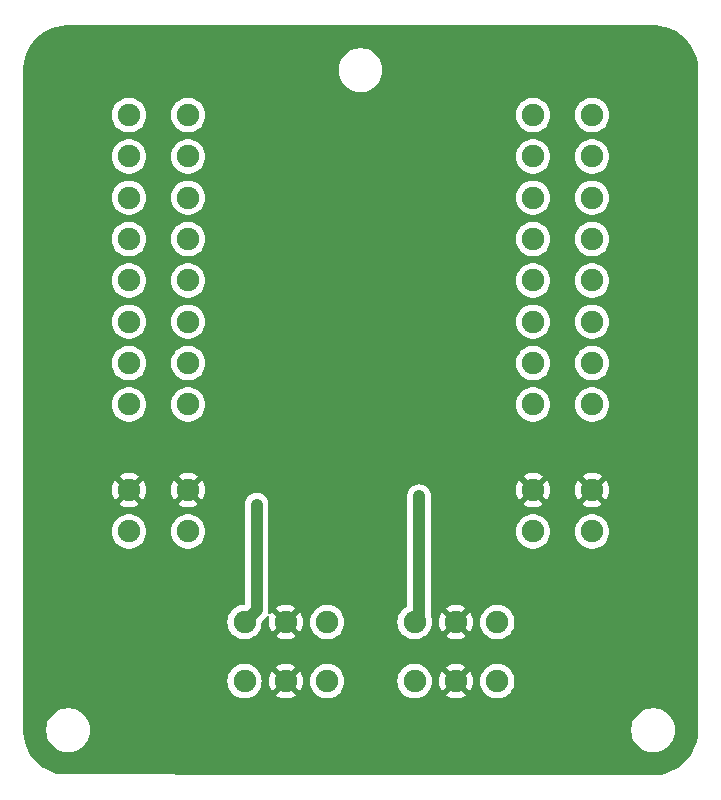
<source format=gbl>
G04 #@! TF.GenerationSoftware,KiCad,Pcbnew,8.0.6*
G04 #@! TF.CreationDate,2024-11-26T19:11:37-08:00*
G04 #@! TF.ProjectId,Constellation STAR ITC V1.0,436f6e73-7465-46c6-9c61-74696f6e2053,rev?*
G04 #@! TF.SameCoordinates,Original*
G04 #@! TF.FileFunction,Copper,L2,Bot*
G04 #@! TF.FilePolarity,Positive*
%FSLAX46Y46*%
G04 Gerber Fmt 4.6, Leading zero omitted, Abs format (unit mm)*
G04 Created by KiCad (PCBNEW 8.0.6) date 2024-11-26 19:11:37*
%MOMM*%
%LPD*%
G01*
G04 APERTURE LIST*
G04 #@! TA.AperFunction,ComponentPad*
%ADD10C,1.900000*%
G04 #@! TD*
G04 #@! TA.AperFunction,ViaPad*
%ADD11C,0.700000*%
G04 #@! TD*
G04 #@! TA.AperFunction,ViaPad*
%ADD12C,1.000000*%
G04 #@! TD*
G04 #@! TA.AperFunction,Conductor*
%ADD13C,1.000000*%
G04 #@! TD*
G04 APERTURE END LIST*
D10*
X39370000Y-57520005D03*
X34370000Y-57520005D03*
X39370000Y-54020005D03*
X34370001Y-54020004D03*
X39370000Y-50520003D03*
X34370000Y-50520003D03*
X39370000Y-47020002D03*
X34370000Y-47020002D03*
X39370000Y-43520002D03*
X34370000Y-43520002D03*
X39370000Y-40020002D03*
X34370000Y-40020002D03*
X39370000Y-36520001D03*
X34370000Y-36520001D03*
X39370000Y-33020000D03*
X34370000Y-33020000D03*
X68580000Y-64770000D03*
X73580000Y-64770000D03*
X68580000Y-68270000D03*
X73580000Y-68270000D03*
X39370000Y-68270000D03*
X34370000Y-68270000D03*
X39370000Y-64770000D03*
X34370000Y-64770000D03*
X51150000Y-75950000D03*
X51150000Y-80950000D03*
X47650000Y-75950000D03*
X47650000Y-80950000D03*
X44149999Y-75950000D03*
X44149999Y-80950000D03*
X68580000Y-33020000D03*
X73580000Y-33020000D03*
X68580000Y-36520000D03*
X73579999Y-36520001D03*
X68580000Y-40020002D03*
X73580000Y-40020002D03*
X68580000Y-43520003D03*
X73580000Y-43520003D03*
X68580000Y-47020003D03*
X73580000Y-47020003D03*
X68580000Y-50520003D03*
X73580000Y-50520003D03*
X68580000Y-54020004D03*
X73580000Y-54020004D03*
X68580000Y-57520005D03*
X73580000Y-57520005D03*
X65545791Y-75950000D03*
X65545791Y-80950000D03*
X62045791Y-75950000D03*
X62045791Y-80950000D03*
X58545790Y-75950000D03*
X58545790Y-80950000D03*
D11*
X61950000Y-70150000D03*
X64012499Y-72150000D03*
D12*
X56050000Y-72500000D03*
D11*
X51400000Y-70100000D03*
X53100000Y-63512500D03*
D12*
X58925000Y-65300000D03*
X45175000Y-66000000D03*
D13*
X58925000Y-75570790D02*
X58545790Y-75950000D01*
X58925000Y-65300000D02*
X58925000Y-75570790D01*
X45175000Y-74924999D02*
X45175000Y-66000000D01*
X44149999Y-75950000D02*
X45175000Y-74924999D01*
G04 #@! TA.AperFunction,Conductor*
G36*
X78740840Y-25400010D02*
G01*
X78933856Y-25402536D01*
X78945172Y-25403203D01*
X79329967Y-25443646D01*
X79342783Y-25445676D01*
X79720419Y-25525945D01*
X79732954Y-25529304D01*
X80100136Y-25648609D01*
X80112253Y-25653260D01*
X80464964Y-25810297D01*
X80476514Y-25816182D01*
X80810872Y-26009223D01*
X80821753Y-26016289D01*
X81134101Y-26243224D01*
X81144187Y-26251392D01*
X81431096Y-26509725D01*
X81440274Y-26518903D01*
X81698607Y-26805812D01*
X81706775Y-26815898D01*
X81933710Y-27128246D01*
X81940779Y-27139132D01*
X82133813Y-27473478D01*
X82139706Y-27485043D01*
X82296739Y-27837746D01*
X82301390Y-27849863D01*
X82420695Y-28217045D01*
X82424054Y-28229582D01*
X82502354Y-28597954D01*
X82505064Y-28623540D01*
X82550000Y-57225000D01*
X82550000Y-85089218D01*
X82549989Y-85090841D01*
X82547463Y-85283846D01*
X82546795Y-85295184D01*
X82506353Y-85679965D01*
X82504322Y-85692785D01*
X82424054Y-86070417D01*
X82420695Y-86082954D01*
X82301390Y-86450136D01*
X82296739Y-86462253D01*
X82139706Y-86814956D01*
X82133813Y-86826521D01*
X81940779Y-87160867D01*
X81933710Y-87171753D01*
X81706775Y-87484101D01*
X81698607Y-87494187D01*
X81440274Y-87781096D01*
X81431096Y-87790274D01*
X81144187Y-88048607D01*
X81134101Y-88056775D01*
X80821753Y-88283710D01*
X80810867Y-88290779D01*
X80476521Y-88483813D01*
X80464956Y-88489706D01*
X80112253Y-88646739D01*
X80100136Y-88651390D01*
X79732954Y-88770695D01*
X79720417Y-88774054D01*
X79342785Y-88854322D01*
X79329965Y-88856353D01*
X78945184Y-88896795D01*
X78933846Y-88897463D01*
X78747914Y-88899896D01*
X78740839Y-88899989D01*
X78739219Y-88900000D01*
X48280313Y-88900000D01*
X48279771Y-88899999D01*
X28426367Y-88813226D01*
X28401128Y-88810517D01*
X28229581Y-88774054D01*
X28217044Y-88770695D01*
X27849863Y-88651390D01*
X27837746Y-88646739D01*
X27485043Y-88489706D01*
X27473478Y-88483813D01*
X27139132Y-88290779D01*
X27128246Y-88283710D01*
X26815898Y-88056775D01*
X26805812Y-88048607D01*
X26518903Y-87790274D01*
X26509725Y-87781096D01*
X26251392Y-87494187D01*
X26243224Y-87484101D01*
X26016289Y-87171753D01*
X26009220Y-87160867D01*
X25863712Y-86908838D01*
X25816182Y-86826514D01*
X25810297Y-86814964D01*
X25653260Y-86462253D01*
X25648609Y-86450136D01*
X25529304Y-86082954D01*
X25525945Y-86070417D01*
X25445677Y-85692785D01*
X25443646Y-85679965D01*
X25403203Y-85295172D01*
X25402536Y-85283856D01*
X25400011Y-85090840D01*
X25400000Y-85089218D01*
X25400000Y-84968711D01*
X27359500Y-84968711D01*
X27359500Y-85211288D01*
X27391161Y-85451785D01*
X27453947Y-85686104D01*
X27546773Y-85910205D01*
X27546776Y-85910212D01*
X27668064Y-86120289D01*
X27668066Y-86120292D01*
X27668067Y-86120293D01*
X27815733Y-86312736D01*
X27815739Y-86312743D01*
X27987256Y-86484260D01*
X27987262Y-86484265D01*
X28179711Y-86631936D01*
X28389788Y-86753224D01*
X28613900Y-86846054D01*
X28848211Y-86908838D01*
X29028586Y-86932584D01*
X29088711Y-86940500D01*
X29088712Y-86940500D01*
X29331289Y-86940500D01*
X29379388Y-86934167D01*
X29571789Y-86908838D01*
X29806100Y-86846054D01*
X30030212Y-86753224D01*
X30240289Y-86631936D01*
X30432738Y-86484265D01*
X30604265Y-86312738D01*
X30751936Y-86120289D01*
X30873224Y-85910212D01*
X30966054Y-85686100D01*
X31028838Y-85451789D01*
X31060500Y-85211288D01*
X31060500Y-84968712D01*
X31060500Y-84968711D01*
X76889500Y-84968711D01*
X76889500Y-85211288D01*
X76921161Y-85451785D01*
X76983947Y-85686104D01*
X77076773Y-85910205D01*
X77076776Y-85910212D01*
X77198064Y-86120289D01*
X77198066Y-86120292D01*
X77198067Y-86120293D01*
X77345733Y-86312736D01*
X77345739Y-86312743D01*
X77517256Y-86484260D01*
X77517262Y-86484265D01*
X77709711Y-86631936D01*
X77919788Y-86753224D01*
X78143900Y-86846054D01*
X78378211Y-86908838D01*
X78558586Y-86932584D01*
X78618711Y-86940500D01*
X78618712Y-86940500D01*
X78861289Y-86940500D01*
X78909388Y-86934167D01*
X79101789Y-86908838D01*
X79336100Y-86846054D01*
X79560212Y-86753224D01*
X79770289Y-86631936D01*
X79962738Y-86484265D01*
X80134265Y-86312738D01*
X80281936Y-86120289D01*
X80403224Y-85910212D01*
X80496054Y-85686100D01*
X80558838Y-85451789D01*
X80590500Y-85211288D01*
X80590500Y-84968712D01*
X80558838Y-84728211D01*
X80496054Y-84493900D01*
X80403224Y-84269788D01*
X80281936Y-84059711D01*
X80134265Y-83867262D01*
X80134260Y-83867256D01*
X79962743Y-83695739D01*
X79962736Y-83695733D01*
X79770293Y-83548067D01*
X79770292Y-83548066D01*
X79770289Y-83548064D01*
X79560212Y-83426776D01*
X79560205Y-83426773D01*
X79336104Y-83333947D01*
X79101785Y-83271161D01*
X78861289Y-83239500D01*
X78861288Y-83239500D01*
X78618712Y-83239500D01*
X78618711Y-83239500D01*
X78378214Y-83271161D01*
X78143895Y-83333947D01*
X77919794Y-83426773D01*
X77919785Y-83426777D01*
X77709706Y-83548067D01*
X77517263Y-83695733D01*
X77517256Y-83695739D01*
X77345739Y-83867256D01*
X77345733Y-83867263D01*
X77198067Y-84059706D01*
X77076777Y-84269785D01*
X77076773Y-84269794D01*
X76983947Y-84493895D01*
X76921161Y-84728214D01*
X76889500Y-84968711D01*
X31060500Y-84968711D01*
X31028838Y-84728211D01*
X30966054Y-84493900D01*
X30873224Y-84269788D01*
X30751936Y-84059711D01*
X30604265Y-83867262D01*
X30604260Y-83867256D01*
X30432743Y-83695739D01*
X30432736Y-83695733D01*
X30240293Y-83548067D01*
X30240292Y-83548066D01*
X30240289Y-83548064D01*
X30030212Y-83426776D01*
X30030205Y-83426773D01*
X29806104Y-83333947D01*
X29571785Y-83271161D01*
X29331289Y-83239500D01*
X29331288Y-83239500D01*
X29088712Y-83239500D01*
X29088711Y-83239500D01*
X28848214Y-83271161D01*
X28613895Y-83333947D01*
X28389794Y-83426773D01*
X28389785Y-83426777D01*
X28179706Y-83548067D01*
X27987263Y-83695733D01*
X27987256Y-83695739D01*
X27815739Y-83867256D01*
X27815733Y-83867263D01*
X27668067Y-84059706D01*
X27546777Y-84269785D01*
X27546773Y-84269794D01*
X27453947Y-84493895D01*
X27391161Y-84728214D01*
X27359500Y-84968711D01*
X25400000Y-84968711D01*
X25400000Y-80949994D01*
X42694528Y-80949994D01*
X42694528Y-80950005D01*
X42714378Y-81189559D01*
X42773388Y-81422589D01*
X42869950Y-81642729D01*
X42962089Y-81783757D01*
X43001428Y-81843969D01*
X43164235Y-82020825D01*
X43164238Y-82020827D01*
X43164241Y-82020830D01*
X43353923Y-82168466D01*
X43353929Y-82168470D01*
X43353932Y-82168472D01*
X43565343Y-82282882D01*
X43565346Y-82282883D01*
X43792698Y-82360933D01*
X43792700Y-82360933D01*
X43792702Y-82360934D01*
X44029807Y-82400500D01*
X44029808Y-82400500D01*
X44270190Y-82400500D01*
X44270191Y-82400500D01*
X44507296Y-82360934D01*
X44734655Y-82282882D01*
X44946066Y-82168472D01*
X44946610Y-82168049D01*
X45009767Y-82118891D01*
X45135763Y-82020825D01*
X45298570Y-81843969D01*
X45430048Y-81642728D01*
X45526609Y-81422591D01*
X45585619Y-81189563D01*
X45605470Y-80950000D01*
X45605470Y-80949994D01*
X46195031Y-80949994D01*
X46195031Y-80950005D01*
X46214874Y-81189476D01*
X46273865Y-81422428D01*
X46370392Y-81642488D01*
X46462687Y-81783757D01*
X47085387Y-81161058D01*
X47090889Y-81181591D01*
X47169881Y-81318408D01*
X47281592Y-81430119D01*
X47418409Y-81509111D01*
X47438940Y-81514612D01*
X46815572Y-82137979D01*
X46854208Y-82168051D01*
X47065544Y-82282421D01*
X47065550Y-82282423D01*
X47292823Y-82360446D01*
X47529851Y-82400000D01*
X47770149Y-82400000D01*
X48007176Y-82360446D01*
X48234449Y-82282423D01*
X48234455Y-82282421D01*
X48445794Y-82168049D01*
X48445795Y-82168048D01*
X48484426Y-82137980D01*
X48484427Y-82137979D01*
X47861059Y-81514612D01*
X47881591Y-81509111D01*
X48018408Y-81430119D01*
X48130119Y-81318408D01*
X48209111Y-81181591D01*
X48214612Y-81161060D01*
X48837310Y-81783758D01*
X48929608Y-81642485D01*
X49026134Y-81422428D01*
X49085125Y-81189476D01*
X49104969Y-80950005D01*
X49104969Y-80949994D01*
X49694529Y-80949994D01*
X49694529Y-80950005D01*
X49714379Y-81189559D01*
X49773389Y-81422589D01*
X49869951Y-81642729D01*
X49962090Y-81783757D01*
X50001429Y-81843969D01*
X50164236Y-82020825D01*
X50164239Y-82020827D01*
X50164242Y-82020830D01*
X50353924Y-82168466D01*
X50353930Y-82168470D01*
X50353933Y-82168472D01*
X50565344Y-82282882D01*
X50565347Y-82282883D01*
X50792699Y-82360933D01*
X50792701Y-82360933D01*
X50792703Y-82360934D01*
X51029808Y-82400500D01*
X51029809Y-82400500D01*
X51270191Y-82400500D01*
X51270192Y-82400500D01*
X51507297Y-82360934D01*
X51734656Y-82282882D01*
X51946067Y-82168472D01*
X51946611Y-82168049D01*
X52009768Y-82118891D01*
X52135764Y-82020825D01*
X52298571Y-81843969D01*
X52430049Y-81642728D01*
X52526610Y-81422591D01*
X52585620Y-81189563D01*
X52605471Y-80950000D01*
X52605471Y-80949994D01*
X57090319Y-80949994D01*
X57090319Y-80950005D01*
X57110169Y-81189559D01*
X57169179Y-81422589D01*
X57265741Y-81642729D01*
X57357880Y-81783757D01*
X57397219Y-81843969D01*
X57560026Y-82020825D01*
X57560029Y-82020827D01*
X57560032Y-82020830D01*
X57749714Y-82168466D01*
X57749720Y-82168470D01*
X57749723Y-82168472D01*
X57961134Y-82282882D01*
X57961137Y-82282883D01*
X58188489Y-82360933D01*
X58188491Y-82360933D01*
X58188493Y-82360934D01*
X58425598Y-82400500D01*
X58425599Y-82400500D01*
X58665981Y-82400500D01*
X58665982Y-82400500D01*
X58903087Y-82360934D01*
X59130446Y-82282882D01*
X59341857Y-82168472D01*
X59342401Y-82168049D01*
X59405558Y-82118891D01*
X59531554Y-82020825D01*
X59694361Y-81843969D01*
X59825839Y-81642728D01*
X59922400Y-81422591D01*
X59981410Y-81189563D01*
X60001261Y-80950000D01*
X60001261Y-80949994D01*
X60590822Y-80949994D01*
X60590822Y-80950005D01*
X60610665Y-81189476D01*
X60669656Y-81422428D01*
X60766183Y-81642488D01*
X60858478Y-81783757D01*
X61481178Y-81161058D01*
X61486680Y-81181591D01*
X61565672Y-81318408D01*
X61677383Y-81430119D01*
X61814200Y-81509111D01*
X61834731Y-81514612D01*
X61211363Y-82137979D01*
X61249999Y-82168051D01*
X61461335Y-82282421D01*
X61461341Y-82282423D01*
X61688614Y-82360446D01*
X61925642Y-82400000D01*
X62165940Y-82400000D01*
X62402967Y-82360446D01*
X62630240Y-82282423D01*
X62630246Y-82282421D01*
X62841585Y-82168049D01*
X62841586Y-82168048D01*
X62880217Y-82137980D01*
X62880218Y-82137979D01*
X62256850Y-81514612D01*
X62277382Y-81509111D01*
X62414199Y-81430119D01*
X62525910Y-81318408D01*
X62604902Y-81181591D01*
X62610403Y-81161060D01*
X63233101Y-81783758D01*
X63325399Y-81642485D01*
X63421925Y-81422428D01*
X63480916Y-81189476D01*
X63500760Y-80950005D01*
X63500760Y-80949994D01*
X64090320Y-80949994D01*
X64090320Y-80950005D01*
X64110170Y-81189559D01*
X64169180Y-81422589D01*
X64265742Y-81642729D01*
X64357881Y-81783757D01*
X64397220Y-81843969D01*
X64560027Y-82020825D01*
X64560030Y-82020827D01*
X64560033Y-82020830D01*
X64749715Y-82168466D01*
X64749721Y-82168470D01*
X64749724Y-82168472D01*
X64961135Y-82282882D01*
X64961138Y-82282883D01*
X65188490Y-82360933D01*
X65188492Y-82360933D01*
X65188494Y-82360934D01*
X65425599Y-82400500D01*
X65425600Y-82400500D01*
X65665982Y-82400500D01*
X65665983Y-82400500D01*
X65903088Y-82360934D01*
X66130447Y-82282882D01*
X66341858Y-82168472D01*
X66342402Y-82168049D01*
X66405559Y-82118891D01*
X66531555Y-82020825D01*
X66694362Y-81843969D01*
X66825840Y-81642728D01*
X66922401Y-81422591D01*
X66981411Y-81189563D01*
X67001262Y-80950000D01*
X66981411Y-80710437D01*
X66922401Y-80477409D01*
X66825840Y-80257272D01*
X66694362Y-80056031D01*
X66531555Y-79879175D01*
X66531550Y-79879171D01*
X66531548Y-79879169D01*
X66341866Y-79731533D01*
X66341860Y-79731529D01*
X66130448Y-79617118D01*
X66130443Y-79617116D01*
X65903091Y-79539066D01*
X65725259Y-79509391D01*
X65665983Y-79499500D01*
X65425599Y-79499500D01*
X65378178Y-79507413D01*
X65188490Y-79539066D01*
X64961138Y-79617116D01*
X64961133Y-79617118D01*
X64749721Y-79731529D01*
X64749715Y-79731533D01*
X64560033Y-79879169D01*
X64560030Y-79879172D01*
X64397221Y-80056029D01*
X64397218Y-80056033D01*
X64265742Y-80257270D01*
X64169180Y-80477410D01*
X64110170Y-80710440D01*
X64090320Y-80949994D01*
X63500760Y-80949994D01*
X63480916Y-80710523D01*
X63421925Y-80477571D01*
X63325398Y-80257511D01*
X63233101Y-80116240D01*
X62610403Y-80738939D01*
X62604902Y-80718409D01*
X62525910Y-80581592D01*
X62414199Y-80469881D01*
X62277382Y-80390889D01*
X62256850Y-80385387D01*
X62880217Y-79762019D01*
X62880217Y-79762017D01*
X62841592Y-79731954D01*
X62841586Y-79731950D01*
X62630246Y-79617578D01*
X62630240Y-79617576D01*
X62402967Y-79539553D01*
X62165940Y-79500000D01*
X61925642Y-79500000D01*
X61688614Y-79539553D01*
X61461341Y-79617576D01*
X61461335Y-79617578D01*
X61250000Y-79731948D01*
X61211362Y-79762019D01*
X61834731Y-80385387D01*
X61814200Y-80390889D01*
X61677383Y-80469881D01*
X61565672Y-80581592D01*
X61486680Y-80718409D01*
X61481178Y-80738940D01*
X60858479Y-80116241D01*
X60766183Y-80257511D01*
X60669656Y-80477571D01*
X60610665Y-80710523D01*
X60590822Y-80949994D01*
X60001261Y-80949994D01*
X59981410Y-80710437D01*
X59922400Y-80477409D01*
X59825839Y-80257272D01*
X59694361Y-80056031D01*
X59531554Y-79879175D01*
X59531549Y-79879171D01*
X59531547Y-79879169D01*
X59341865Y-79731533D01*
X59341859Y-79731529D01*
X59130447Y-79617118D01*
X59130442Y-79617116D01*
X58903090Y-79539066D01*
X58725258Y-79509391D01*
X58665982Y-79499500D01*
X58425598Y-79499500D01*
X58378177Y-79507413D01*
X58188489Y-79539066D01*
X57961137Y-79617116D01*
X57961132Y-79617118D01*
X57749720Y-79731529D01*
X57749714Y-79731533D01*
X57560032Y-79879169D01*
X57560029Y-79879172D01*
X57397220Y-80056029D01*
X57397217Y-80056033D01*
X57265741Y-80257270D01*
X57169179Y-80477410D01*
X57110169Y-80710440D01*
X57090319Y-80949994D01*
X52605471Y-80949994D01*
X52585620Y-80710437D01*
X52526610Y-80477409D01*
X52430049Y-80257272D01*
X52298571Y-80056031D01*
X52135764Y-79879175D01*
X52135759Y-79879171D01*
X52135757Y-79879169D01*
X51946075Y-79731533D01*
X51946069Y-79731529D01*
X51734657Y-79617118D01*
X51734652Y-79617116D01*
X51507300Y-79539066D01*
X51329468Y-79509391D01*
X51270192Y-79499500D01*
X51029808Y-79499500D01*
X50982387Y-79507413D01*
X50792699Y-79539066D01*
X50565347Y-79617116D01*
X50565342Y-79617118D01*
X50353930Y-79731529D01*
X50353924Y-79731533D01*
X50164242Y-79879169D01*
X50164239Y-79879172D01*
X50001430Y-80056029D01*
X50001427Y-80056033D01*
X49869951Y-80257270D01*
X49773389Y-80477410D01*
X49714379Y-80710440D01*
X49694529Y-80949994D01*
X49104969Y-80949994D01*
X49085125Y-80710523D01*
X49026134Y-80477571D01*
X48929607Y-80257511D01*
X48837310Y-80116240D01*
X48214612Y-80738939D01*
X48209111Y-80718409D01*
X48130119Y-80581592D01*
X48018408Y-80469881D01*
X47881591Y-80390889D01*
X47861059Y-80385387D01*
X48484426Y-79762019D01*
X48484426Y-79762017D01*
X48445801Y-79731954D01*
X48445795Y-79731950D01*
X48234455Y-79617578D01*
X48234449Y-79617576D01*
X48007176Y-79539553D01*
X47770149Y-79500000D01*
X47529851Y-79500000D01*
X47292823Y-79539553D01*
X47065550Y-79617576D01*
X47065544Y-79617578D01*
X46854209Y-79731948D01*
X46815571Y-79762019D01*
X47438940Y-80385387D01*
X47418409Y-80390889D01*
X47281592Y-80469881D01*
X47169881Y-80581592D01*
X47090889Y-80718409D01*
X47085387Y-80738940D01*
X46462688Y-80116241D01*
X46370392Y-80257511D01*
X46273865Y-80477571D01*
X46214874Y-80710523D01*
X46195031Y-80949994D01*
X45605470Y-80949994D01*
X45585619Y-80710437D01*
X45526609Y-80477409D01*
X45430048Y-80257272D01*
X45298570Y-80056031D01*
X45135763Y-79879175D01*
X45135758Y-79879171D01*
X45135756Y-79879169D01*
X44946074Y-79731533D01*
X44946068Y-79731529D01*
X44734656Y-79617118D01*
X44734651Y-79617116D01*
X44507299Y-79539066D01*
X44329467Y-79509391D01*
X44270191Y-79499500D01*
X44029807Y-79499500D01*
X43982386Y-79507413D01*
X43792698Y-79539066D01*
X43565346Y-79617116D01*
X43565341Y-79617118D01*
X43353929Y-79731529D01*
X43353923Y-79731533D01*
X43164241Y-79879169D01*
X43164238Y-79879172D01*
X43001429Y-80056029D01*
X43001426Y-80056033D01*
X42869950Y-80257270D01*
X42773388Y-80477410D01*
X42714378Y-80710440D01*
X42694528Y-80949994D01*
X25400000Y-80949994D01*
X25400000Y-75949994D01*
X42694528Y-75949994D01*
X42694528Y-75950005D01*
X42714378Y-76189559D01*
X42773388Y-76422589D01*
X42869950Y-76642729D01*
X42962089Y-76783757D01*
X43001428Y-76843969D01*
X43164235Y-77020825D01*
X43164238Y-77020827D01*
X43164241Y-77020830D01*
X43353923Y-77168466D01*
X43353929Y-77168470D01*
X43353932Y-77168472D01*
X43565343Y-77282882D01*
X43565346Y-77282883D01*
X43792698Y-77360933D01*
X43792700Y-77360933D01*
X43792702Y-77360934D01*
X44029807Y-77400500D01*
X44029808Y-77400500D01*
X44270190Y-77400500D01*
X44270191Y-77400500D01*
X44507296Y-77360934D01*
X44734655Y-77282882D01*
X44946066Y-77168472D01*
X44946610Y-77168049D01*
X45009767Y-77118891D01*
X45135763Y-77020825D01*
X45298570Y-76843969D01*
X45430048Y-76642728D01*
X45526609Y-76422591D01*
X45585619Y-76189563D01*
X45605380Y-75951082D01*
X45630533Y-75885898D01*
X45641259Y-75873658D01*
X45952139Y-75562781D01*
X46035370Y-75438216D01*
X46088979Y-75393414D01*
X46158304Y-75384706D01*
X46221332Y-75414860D01*
X46258051Y-75474302D01*
X46258676Y-75537548D01*
X46214874Y-75710521D01*
X46195031Y-75949994D01*
X46195031Y-75950005D01*
X46214874Y-76189476D01*
X46273865Y-76422428D01*
X46370392Y-76642488D01*
X46462687Y-76783757D01*
X47085387Y-76161058D01*
X47090889Y-76181591D01*
X47169881Y-76318408D01*
X47281592Y-76430119D01*
X47418409Y-76509111D01*
X47438940Y-76514612D01*
X46815572Y-77137979D01*
X46854208Y-77168051D01*
X47065544Y-77282421D01*
X47065550Y-77282423D01*
X47292823Y-77360446D01*
X47529851Y-77400000D01*
X47770149Y-77400000D01*
X48007176Y-77360446D01*
X48234449Y-77282423D01*
X48234455Y-77282421D01*
X48445794Y-77168049D01*
X48445795Y-77168048D01*
X48484426Y-77137980D01*
X48484427Y-77137979D01*
X47861059Y-76514612D01*
X47881591Y-76509111D01*
X48018408Y-76430119D01*
X48130119Y-76318408D01*
X48209111Y-76181591D01*
X48214612Y-76161060D01*
X48837310Y-76783758D01*
X48929608Y-76642485D01*
X49026134Y-76422428D01*
X49085125Y-76189476D01*
X49104969Y-75950005D01*
X49104969Y-75949994D01*
X49694529Y-75949994D01*
X49694529Y-75950005D01*
X49714379Y-76189559D01*
X49773389Y-76422589D01*
X49869951Y-76642729D01*
X49962090Y-76783757D01*
X50001429Y-76843969D01*
X50164236Y-77020825D01*
X50164239Y-77020827D01*
X50164242Y-77020830D01*
X50353924Y-77168466D01*
X50353930Y-77168470D01*
X50353933Y-77168472D01*
X50565344Y-77282882D01*
X50565347Y-77282883D01*
X50792699Y-77360933D01*
X50792701Y-77360933D01*
X50792703Y-77360934D01*
X51029808Y-77400500D01*
X51029809Y-77400500D01*
X51270191Y-77400500D01*
X51270192Y-77400500D01*
X51507297Y-77360934D01*
X51734656Y-77282882D01*
X51946067Y-77168472D01*
X51946611Y-77168049D01*
X52009768Y-77118891D01*
X52135764Y-77020825D01*
X52298571Y-76843969D01*
X52430049Y-76642728D01*
X52526610Y-76422591D01*
X52585620Y-76189563D01*
X52598926Y-76028991D01*
X52605471Y-75950005D01*
X52605471Y-75949994D01*
X57090319Y-75949994D01*
X57090319Y-75950005D01*
X57110169Y-76189559D01*
X57169179Y-76422589D01*
X57265741Y-76642729D01*
X57357880Y-76783757D01*
X57397219Y-76843969D01*
X57560026Y-77020825D01*
X57560029Y-77020827D01*
X57560032Y-77020830D01*
X57749714Y-77168466D01*
X57749720Y-77168470D01*
X57749723Y-77168472D01*
X57961134Y-77282882D01*
X57961137Y-77282883D01*
X58188489Y-77360933D01*
X58188491Y-77360933D01*
X58188493Y-77360934D01*
X58425598Y-77400500D01*
X58425599Y-77400500D01*
X58665981Y-77400500D01*
X58665982Y-77400500D01*
X58903087Y-77360934D01*
X59130446Y-77282882D01*
X59341857Y-77168472D01*
X59342401Y-77168049D01*
X59405558Y-77118891D01*
X59531554Y-77020825D01*
X59694361Y-76843969D01*
X59825839Y-76642728D01*
X59922400Y-76422591D01*
X59981410Y-76189563D01*
X59994716Y-76028991D01*
X60001261Y-75950005D01*
X60001261Y-75949994D01*
X60590822Y-75949994D01*
X60590822Y-75950005D01*
X60610665Y-76189476D01*
X60669656Y-76422428D01*
X60766183Y-76642488D01*
X60858478Y-76783757D01*
X61481178Y-76161058D01*
X61486680Y-76181591D01*
X61565672Y-76318408D01*
X61677383Y-76430119D01*
X61814200Y-76509111D01*
X61834731Y-76514612D01*
X61211363Y-77137979D01*
X61249999Y-77168051D01*
X61461335Y-77282421D01*
X61461341Y-77282423D01*
X61688614Y-77360446D01*
X61925642Y-77400000D01*
X62165940Y-77400000D01*
X62402967Y-77360446D01*
X62630240Y-77282423D01*
X62630246Y-77282421D01*
X62841585Y-77168049D01*
X62841586Y-77168048D01*
X62880217Y-77137980D01*
X62880218Y-77137979D01*
X62256850Y-76514612D01*
X62277382Y-76509111D01*
X62414199Y-76430119D01*
X62525910Y-76318408D01*
X62604902Y-76181591D01*
X62610403Y-76161060D01*
X63233101Y-76783758D01*
X63325399Y-76642485D01*
X63421925Y-76422428D01*
X63480916Y-76189476D01*
X63500760Y-75950005D01*
X63500760Y-75949994D01*
X64090320Y-75949994D01*
X64090320Y-75950005D01*
X64110170Y-76189559D01*
X64169180Y-76422589D01*
X64265742Y-76642729D01*
X64357881Y-76783757D01*
X64397220Y-76843969D01*
X64560027Y-77020825D01*
X64560030Y-77020827D01*
X64560033Y-77020830D01*
X64749715Y-77168466D01*
X64749721Y-77168470D01*
X64749724Y-77168472D01*
X64961135Y-77282882D01*
X64961138Y-77282883D01*
X65188490Y-77360933D01*
X65188492Y-77360933D01*
X65188494Y-77360934D01*
X65425599Y-77400500D01*
X65425600Y-77400500D01*
X65665982Y-77400500D01*
X65665983Y-77400500D01*
X65903088Y-77360934D01*
X66130447Y-77282882D01*
X66341858Y-77168472D01*
X66342402Y-77168049D01*
X66405559Y-77118891D01*
X66531555Y-77020825D01*
X66694362Y-76843969D01*
X66825840Y-76642728D01*
X66922401Y-76422591D01*
X66981411Y-76189563D01*
X66994717Y-76028991D01*
X67001262Y-75950005D01*
X67001262Y-75949994D01*
X66988028Y-75790291D01*
X66981411Y-75710437D01*
X66922401Y-75477409D01*
X66825840Y-75257272D01*
X66800624Y-75218677D01*
X66694363Y-75056033D01*
X66694362Y-75056031D01*
X66531555Y-74879175D01*
X66531550Y-74879171D01*
X66531548Y-74879169D01*
X66341866Y-74731533D01*
X66341860Y-74731529D01*
X66130448Y-74617118D01*
X66130443Y-74617116D01*
X65903091Y-74539066D01*
X65725259Y-74509391D01*
X65665983Y-74499500D01*
X65425599Y-74499500D01*
X65378178Y-74507413D01*
X65188490Y-74539066D01*
X64961138Y-74617116D01*
X64961133Y-74617118D01*
X64749721Y-74731529D01*
X64749715Y-74731533D01*
X64560033Y-74879169D01*
X64560030Y-74879172D01*
X64397221Y-75056029D01*
X64397218Y-75056033D01*
X64265742Y-75257270D01*
X64169180Y-75477410D01*
X64110170Y-75710440D01*
X64090320Y-75949994D01*
X63500760Y-75949994D01*
X63480916Y-75710523D01*
X63421925Y-75477571D01*
X63325398Y-75257511D01*
X63233101Y-75116240D01*
X62610403Y-75738939D01*
X62604902Y-75718409D01*
X62525910Y-75581592D01*
X62414199Y-75469881D01*
X62277382Y-75390889D01*
X62256850Y-75385387D01*
X62880217Y-74762019D01*
X62880217Y-74762017D01*
X62841592Y-74731954D01*
X62841586Y-74731950D01*
X62630246Y-74617578D01*
X62630240Y-74617576D01*
X62402967Y-74539553D01*
X62165940Y-74500000D01*
X61925642Y-74500000D01*
X61688614Y-74539553D01*
X61461341Y-74617576D01*
X61461335Y-74617578D01*
X61250000Y-74731948D01*
X61211362Y-74762019D01*
X61834731Y-75385387D01*
X61814200Y-75390889D01*
X61677383Y-75469881D01*
X61565672Y-75581592D01*
X61486680Y-75718409D01*
X61481178Y-75738940D01*
X60858479Y-75116241D01*
X60766183Y-75257511D01*
X60669656Y-75477571D01*
X60610665Y-75710523D01*
X60590822Y-75949994D01*
X60001261Y-75949994D01*
X59988027Y-75790291D01*
X59981410Y-75710437D01*
X59929294Y-75504632D01*
X59925500Y-75474192D01*
X59925500Y-68269994D01*
X67124529Y-68269994D01*
X67124529Y-68270005D01*
X67144379Y-68509559D01*
X67203389Y-68742589D01*
X67299951Y-68962729D01*
X67431427Y-69163966D01*
X67431429Y-69163969D01*
X67594236Y-69340825D01*
X67594239Y-69340827D01*
X67594242Y-69340830D01*
X67783924Y-69488466D01*
X67783930Y-69488470D01*
X67783933Y-69488472D01*
X67995344Y-69602882D01*
X67995347Y-69602883D01*
X68222699Y-69680933D01*
X68222701Y-69680933D01*
X68222703Y-69680934D01*
X68459808Y-69720500D01*
X68459809Y-69720500D01*
X68700191Y-69720500D01*
X68700192Y-69720500D01*
X68937297Y-69680934D01*
X69164656Y-69602882D01*
X69376067Y-69488472D01*
X69565764Y-69340825D01*
X69728571Y-69163969D01*
X69860049Y-68962728D01*
X69956610Y-68742591D01*
X70015620Y-68509563D01*
X70035471Y-68270000D01*
X70035471Y-68269994D01*
X72124529Y-68269994D01*
X72124529Y-68270005D01*
X72144379Y-68509559D01*
X72203389Y-68742589D01*
X72299951Y-68962729D01*
X72431427Y-69163966D01*
X72431429Y-69163969D01*
X72594236Y-69340825D01*
X72594239Y-69340827D01*
X72594242Y-69340830D01*
X72783924Y-69488466D01*
X72783930Y-69488470D01*
X72783933Y-69488472D01*
X72995344Y-69602882D01*
X72995347Y-69602883D01*
X73222699Y-69680933D01*
X73222701Y-69680933D01*
X73222703Y-69680934D01*
X73459808Y-69720500D01*
X73459809Y-69720500D01*
X73700191Y-69720500D01*
X73700192Y-69720500D01*
X73937297Y-69680934D01*
X74164656Y-69602882D01*
X74376067Y-69488472D01*
X74565764Y-69340825D01*
X74728571Y-69163969D01*
X74860049Y-68962728D01*
X74956610Y-68742591D01*
X75015620Y-68509563D01*
X75035471Y-68270000D01*
X75015620Y-68030437D01*
X74956610Y-67797409D01*
X74860049Y-67577272D01*
X74728571Y-67376031D01*
X74565764Y-67199175D01*
X74565759Y-67199171D01*
X74565757Y-67199169D01*
X74376075Y-67051533D01*
X74376069Y-67051529D01*
X74164657Y-66937118D01*
X74164652Y-66937116D01*
X73937300Y-66859066D01*
X73759468Y-66829391D01*
X73700192Y-66819500D01*
X73459808Y-66819500D01*
X73412387Y-66827413D01*
X73222699Y-66859066D01*
X72995347Y-66937116D01*
X72995342Y-66937118D01*
X72783930Y-67051529D01*
X72783924Y-67051533D01*
X72594242Y-67199169D01*
X72594239Y-67199172D01*
X72431430Y-67376029D01*
X72431427Y-67376033D01*
X72299951Y-67577270D01*
X72203389Y-67797410D01*
X72144379Y-68030440D01*
X72124529Y-68269994D01*
X70035471Y-68269994D01*
X70015620Y-68030437D01*
X69956610Y-67797409D01*
X69860049Y-67577272D01*
X69728571Y-67376031D01*
X69565764Y-67199175D01*
X69565759Y-67199171D01*
X69565757Y-67199169D01*
X69376075Y-67051533D01*
X69376069Y-67051529D01*
X69164657Y-66937118D01*
X69164652Y-66937116D01*
X68937300Y-66859066D01*
X68759468Y-66829391D01*
X68700192Y-66819500D01*
X68459808Y-66819500D01*
X68412387Y-66827413D01*
X68222699Y-66859066D01*
X67995347Y-66937116D01*
X67995342Y-66937118D01*
X67783930Y-67051529D01*
X67783924Y-67051533D01*
X67594242Y-67199169D01*
X67594239Y-67199172D01*
X67431430Y-67376029D01*
X67431427Y-67376033D01*
X67299951Y-67577270D01*
X67203389Y-67797410D01*
X67144379Y-68030440D01*
X67124529Y-68269994D01*
X59925500Y-68269994D01*
X59925500Y-65355244D01*
X59926097Y-65343090D01*
X59930341Y-65300000D01*
X59926097Y-65256907D01*
X59925500Y-65244754D01*
X59925500Y-65201458D01*
X59923117Y-65189480D01*
X59917052Y-65158990D01*
X59915268Y-65146961D01*
X59911024Y-65103869D01*
X59911024Y-65103868D01*
X59898448Y-65062414D01*
X59895499Y-65050640D01*
X59887051Y-65008165D01*
X59870480Y-64968159D01*
X59866383Y-64956710D01*
X59853814Y-64915273D01*
X59833404Y-64877091D01*
X59828203Y-64866095D01*
X59811632Y-64826086D01*
X59787572Y-64790078D01*
X59781316Y-64779640D01*
X59776160Y-64769994D01*
X67125031Y-64769994D01*
X67125031Y-64770005D01*
X67144874Y-65009476D01*
X67203865Y-65242428D01*
X67300392Y-65462488D01*
X67392687Y-65603757D01*
X68015387Y-64981058D01*
X68020889Y-65001591D01*
X68099881Y-65138408D01*
X68211592Y-65250119D01*
X68348409Y-65329111D01*
X68368940Y-65334612D01*
X67745572Y-65957979D01*
X67784208Y-65988051D01*
X67995544Y-66102421D01*
X67995550Y-66102423D01*
X68222823Y-66180446D01*
X68459851Y-66220000D01*
X68700149Y-66220000D01*
X68937176Y-66180446D01*
X69164449Y-66102423D01*
X69164455Y-66102421D01*
X69375794Y-65988049D01*
X69375795Y-65988048D01*
X69414426Y-65957980D01*
X69414427Y-65957979D01*
X68791059Y-65334612D01*
X68811591Y-65329111D01*
X68948408Y-65250119D01*
X69060119Y-65138408D01*
X69139111Y-65001591D01*
X69144612Y-64981060D01*
X69767310Y-65603758D01*
X69859608Y-65462485D01*
X69956134Y-65242428D01*
X70015125Y-65009476D01*
X70034969Y-64770005D01*
X70034969Y-64769994D01*
X72125031Y-64769994D01*
X72125031Y-64770005D01*
X72144874Y-65009476D01*
X72203865Y-65242428D01*
X72300392Y-65462488D01*
X72392687Y-65603757D01*
X73015387Y-64981058D01*
X73020889Y-65001591D01*
X73099881Y-65138408D01*
X73211592Y-65250119D01*
X73348409Y-65329111D01*
X73368940Y-65334612D01*
X72745572Y-65957979D01*
X72784208Y-65988051D01*
X72995544Y-66102421D01*
X72995550Y-66102423D01*
X73222823Y-66180446D01*
X73459851Y-66220000D01*
X73700149Y-66220000D01*
X73937176Y-66180446D01*
X74164449Y-66102423D01*
X74164455Y-66102421D01*
X74375794Y-65988049D01*
X74375795Y-65988048D01*
X74414426Y-65957980D01*
X74414427Y-65957979D01*
X73791059Y-65334612D01*
X73811591Y-65329111D01*
X73948408Y-65250119D01*
X74060119Y-65138408D01*
X74139111Y-65001591D01*
X74144612Y-64981060D01*
X74767310Y-65603758D01*
X74859608Y-65462485D01*
X74956134Y-65242428D01*
X75015125Y-65009476D01*
X75034969Y-64770005D01*
X75034969Y-64769994D01*
X75015125Y-64530523D01*
X74956134Y-64297571D01*
X74859607Y-64077511D01*
X74767310Y-63936240D01*
X74144612Y-64558939D01*
X74139111Y-64538409D01*
X74060119Y-64401592D01*
X73948408Y-64289881D01*
X73811591Y-64210889D01*
X73791059Y-64205387D01*
X74414426Y-63582019D01*
X74414426Y-63582017D01*
X74375801Y-63551954D01*
X74375795Y-63551950D01*
X74164455Y-63437578D01*
X74164449Y-63437576D01*
X73937176Y-63359553D01*
X73700149Y-63320000D01*
X73459851Y-63320000D01*
X73222823Y-63359553D01*
X72995550Y-63437576D01*
X72995544Y-63437578D01*
X72784209Y-63551948D01*
X72745571Y-63582019D01*
X73368940Y-64205387D01*
X73348409Y-64210889D01*
X73211592Y-64289881D01*
X73099881Y-64401592D01*
X73020889Y-64538409D01*
X73015387Y-64558940D01*
X72392688Y-63936241D01*
X72300392Y-64077511D01*
X72203865Y-64297571D01*
X72144874Y-64530523D01*
X72125031Y-64769994D01*
X70034969Y-64769994D01*
X70015125Y-64530523D01*
X69956134Y-64297571D01*
X69859607Y-64077511D01*
X69767310Y-63936240D01*
X69144612Y-64558939D01*
X69139111Y-64538409D01*
X69060119Y-64401592D01*
X68948408Y-64289881D01*
X68811591Y-64210889D01*
X68791059Y-64205387D01*
X69414426Y-63582019D01*
X69414426Y-63582017D01*
X69375801Y-63551954D01*
X69375795Y-63551950D01*
X69164455Y-63437578D01*
X69164449Y-63437576D01*
X68937176Y-63359553D01*
X68700149Y-63320000D01*
X68459851Y-63320000D01*
X68222823Y-63359553D01*
X67995550Y-63437576D01*
X67995544Y-63437578D01*
X67784209Y-63551948D01*
X67745571Y-63582019D01*
X68368940Y-64205387D01*
X68348409Y-64210889D01*
X68211592Y-64289881D01*
X68099881Y-64401592D01*
X68020889Y-64538409D01*
X68015387Y-64558940D01*
X67392688Y-63936241D01*
X67300392Y-64077511D01*
X67203865Y-64297571D01*
X67144874Y-64530523D01*
X67125031Y-64769994D01*
X59776160Y-64769994D01*
X59760911Y-64741464D01*
X59760910Y-64741462D01*
X59733438Y-64707988D01*
X59726194Y-64698219D01*
X59702140Y-64662219D01*
X59702136Y-64662214D01*
X59671520Y-64631599D01*
X59663346Y-64622581D01*
X59635884Y-64589118D01*
X59602416Y-64561651D01*
X59593401Y-64553479D01*
X59562787Y-64522865D01*
X59562783Y-64522862D01*
X59562780Y-64522860D01*
X59546139Y-64511740D01*
X59526772Y-64498799D01*
X59517002Y-64491552D01*
X59483543Y-64464094D01*
X59483535Y-64464088D01*
X59466436Y-64454948D01*
X59445350Y-64443678D01*
X59434918Y-64437425D01*
X59398918Y-64413370D01*
X59398914Y-64413368D01*
X59358915Y-64396800D01*
X59347913Y-64391597D01*
X59309729Y-64371187D01*
X59309728Y-64371186D01*
X59309727Y-64371186D01*
X59268277Y-64358612D01*
X59256834Y-64354517D01*
X59216834Y-64337948D01*
X59216827Y-64337946D01*
X59174378Y-64329503D01*
X59162575Y-64326547D01*
X59121134Y-64313976D01*
X59121130Y-64313975D01*
X59078035Y-64309730D01*
X59066006Y-64307945D01*
X59023544Y-64299500D01*
X59023541Y-64299500D01*
X58980244Y-64299500D01*
X58968090Y-64298903D01*
X58925000Y-64294659D01*
X58881910Y-64298903D01*
X58869756Y-64299500D01*
X58826453Y-64299500D01*
X58783991Y-64307945D01*
X58771963Y-64309730D01*
X58728867Y-64313976D01*
X58687427Y-64326546D01*
X58675626Y-64329502D01*
X58633166Y-64337948D01*
X58633161Y-64337949D01*
X58593159Y-64354518D01*
X58581707Y-64358616D01*
X58540272Y-64371186D01*
X58502091Y-64391594D01*
X58491093Y-64396795D01*
X58451091Y-64413364D01*
X58415080Y-64437426D01*
X58404645Y-64443680D01*
X58366465Y-64464087D01*
X58366460Y-64464091D01*
X58332990Y-64491557D01*
X58323225Y-64498799D01*
X58287225Y-64522855D01*
X58287219Y-64522860D01*
X58256595Y-64553483D01*
X58247584Y-64561650D01*
X58214117Y-64589117D01*
X58186650Y-64622584D01*
X58178483Y-64631595D01*
X58147860Y-64662219D01*
X58147855Y-64662225D01*
X58123799Y-64698225D01*
X58116557Y-64707990D01*
X58089091Y-64741460D01*
X58089087Y-64741465D01*
X58068680Y-64779645D01*
X58062426Y-64790080D01*
X58038364Y-64826091D01*
X58021795Y-64866093D01*
X58016594Y-64877091D01*
X57996186Y-64915272D01*
X57983616Y-64956707D01*
X57979518Y-64968159D01*
X57962949Y-65008161D01*
X57962948Y-65008166D01*
X57954502Y-65050626D01*
X57951546Y-65062427D01*
X57938976Y-65103867D01*
X57934730Y-65146963D01*
X57932945Y-65158991D01*
X57924500Y-65201453D01*
X57924500Y-65244754D01*
X57923903Y-65256907D01*
X57919659Y-65299999D01*
X57923903Y-65343090D01*
X57924500Y-65355244D01*
X57924500Y-74563054D01*
X57904815Y-74630093D01*
X57859518Y-74672108D01*
X57749729Y-74731523D01*
X57749714Y-74731533D01*
X57560032Y-74879169D01*
X57560029Y-74879172D01*
X57397220Y-75056029D01*
X57397217Y-75056033D01*
X57265741Y-75257270D01*
X57169179Y-75477410D01*
X57110169Y-75710440D01*
X57090319Y-75949994D01*
X52605471Y-75949994D01*
X52592237Y-75790291D01*
X52585620Y-75710437D01*
X52526610Y-75477409D01*
X52430049Y-75257272D01*
X52404833Y-75218677D01*
X52298572Y-75056033D01*
X52298571Y-75056031D01*
X52135764Y-74879175D01*
X52135759Y-74879171D01*
X52135757Y-74879169D01*
X51946075Y-74731533D01*
X51946069Y-74731529D01*
X51734657Y-74617118D01*
X51734652Y-74617116D01*
X51507300Y-74539066D01*
X51329468Y-74509391D01*
X51270192Y-74499500D01*
X51029808Y-74499500D01*
X50982387Y-74507413D01*
X50792699Y-74539066D01*
X50565347Y-74617116D01*
X50565342Y-74617118D01*
X50353930Y-74731529D01*
X50353924Y-74731533D01*
X50164242Y-74879169D01*
X50164239Y-74879172D01*
X50001430Y-75056029D01*
X50001427Y-75056033D01*
X49869951Y-75257270D01*
X49773389Y-75477410D01*
X49714379Y-75710440D01*
X49694529Y-75949994D01*
X49104969Y-75949994D01*
X49085125Y-75710523D01*
X49026134Y-75477571D01*
X48929607Y-75257511D01*
X48837310Y-75116240D01*
X48214612Y-75738939D01*
X48209111Y-75718409D01*
X48130119Y-75581592D01*
X48018408Y-75469881D01*
X47881591Y-75390889D01*
X47861059Y-75385387D01*
X48484426Y-74762019D01*
X48484426Y-74762017D01*
X48445801Y-74731954D01*
X48445795Y-74731950D01*
X48234455Y-74617578D01*
X48234449Y-74617576D01*
X48007176Y-74539553D01*
X47770149Y-74500000D01*
X47529851Y-74500000D01*
X47292823Y-74539553D01*
X47065550Y-74617576D01*
X47065544Y-74617578D01*
X46854209Y-74731948D01*
X46815571Y-74762019D01*
X47438940Y-75385387D01*
X47418409Y-75390889D01*
X47281592Y-75469881D01*
X47169881Y-75581592D01*
X47090889Y-75718409D01*
X47085387Y-75738940D01*
X46462687Y-75116240D01*
X46373693Y-75252458D01*
X46320546Y-75297815D01*
X46251315Y-75307239D01*
X46187979Y-75277737D01*
X46150648Y-75218677D01*
X46148267Y-75160447D01*
X46169037Y-75056031D01*
X46175500Y-75023542D01*
X46175500Y-66055244D01*
X46176097Y-66043090D01*
X46180341Y-66000000D01*
X46176203Y-65957980D01*
X46176097Y-65956907D01*
X46175500Y-65944754D01*
X46175500Y-65901458D01*
X46173117Y-65889480D01*
X46167052Y-65858990D01*
X46165268Y-65846961D01*
X46161024Y-65803869D01*
X46161024Y-65803868D01*
X46148448Y-65762414D01*
X46145499Y-65750640D01*
X46137051Y-65708165D01*
X46120480Y-65668159D01*
X46116383Y-65656710D01*
X46103814Y-65615273D01*
X46083404Y-65577091D01*
X46078203Y-65566095D01*
X46061632Y-65526086D01*
X46037572Y-65490078D01*
X46031316Y-65479640D01*
X46010911Y-65441464D01*
X46010910Y-65441462D01*
X45983438Y-65407988D01*
X45976194Y-65398219D01*
X45952140Y-65362219D01*
X45952136Y-65362214D01*
X45921520Y-65331599D01*
X45913346Y-65322581D01*
X45885884Y-65289118D01*
X45852416Y-65261651D01*
X45843401Y-65253479D01*
X45812787Y-65222865D01*
X45812783Y-65222862D01*
X45812780Y-65222860D01*
X45796139Y-65211740D01*
X45776772Y-65198799D01*
X45767002Y-65191552D01*
X45733543Y-65164094D01*
X45733535Y-65164088D01*
X45701495Y-65146963D01*
X45695350Y-65143678D01*
X45684918Y-65137425D01*
X45648918Y-65113370D01*
X45648914Y-65113368D01*
X45608915Y-65096800D01*
X45597913Y-65091597D01*
X45559729Y-65071187D01*
X45559728Y-65071186D01*
X45559727Y-65071186D01*
X45518277Y-65058612D01*
X45506834Y-65054517D01*
X45466834Y-65037948D01*
X45466827Y-65037946D01*
X45424378Y-65029503D01*
X45412575Y-65026547D01*
X45371134Y-65013976D01*
X45371130Y-65013975D01*
X45328035Y-65009730D01*
X45316006Y-65007945D01*
X45273544Y-64999500D01*
X45273541Y-64999500D01*
X45230244Y-64999500D01*
X45218090Y-64998903D01*
X45175000Y-64994659D01*
X45131910Y-64998903D01*
X45119756Y-64999500D01*
X45076453Y-64999500D01*
X45033991Y-65007945D01*
X45021963Y-65009730D01*
X44978867Y-65013976D01*
X44937427Y-65026546D01*
X44925626Y-65029502D01*
X44883166Y-65037948D01*
X44883161Y-65037949D01*
X44843159Y-65054518D01*
X44831707Y-65058616D01*
X44790272Y-65071186D01*
X44752091Y-65091594D01*
X44741093Y-65096795D01*
X44701091Y-65113364D01*
X44665080Y-65137426D01*
X44654645Y-65143680D01*
X44616465Y-65164087D01*
X44616460Y-65164091D01*
X44582990Y-65191557D01*
X44573225Y-65198799D01*
X44537225Y-65222855D01*
X44537219Y-65222860D01*
X44506595Y-65253483D01*
X44497584Y-65261650D01*
X44464117Y-65289117D01*
X44436650Y-65322584D01*
X44428483Y-65331595D01*
X44397860Y-65362219D01*
X44397855Y-65362225D01*
X44373799Y-65398225D01*
X44366557Y-65407990D01*
X44339091Y-65441460D01*
X44339087Y-65441465D01*
X44318680Y-65479645D01*
X44312426Y-65490080D01*
X44288364Y-65526091D01*
X44271795Y-65566093D01*
X44266594Y-65577091D01*
X44246186Y-65615272D01*
X44233616Y-65656707D01*
X44229518Y-65668159D01*
X44212949Y-65708161D01*
X44212948Y-65708166D01*
X44204502Y-65750626D01*
X44201546Y-65762427D01*
X44188976Y-65803867D01*
X44184730Y-65846963D01*
X44182945Y-65858991D01*
X44174500Y-65901453D01*
X44174500Y-65944754D01*
X44173903Y-65956907D01*
X44169659Y-65999999D01*
X44173903Y-66043090D01*
X44174500Y-66055244D01*
X44174500Y-74375500D01*
X44154815Y-74442539D01*
X44102011Y-74488294D01*
X44050500Y-74499500D01*
X44029807Y-74499500D01*
X43982386Y-74507413D01*
X43792698Y-74539066D01*
X43565346Y-74617116D01*
X43565341Y-74617118D01*
X43353929Y-74731529D01*
X43353923Y-74731533D01*
X43164241Y-74879169D01*
X43164238Y-74879172D01*
X43001429Y-75056029D01*
X43001426Y-75056033D01*
X42869950Y-75257270D01*
X42773388Y-75477410D01*
X42714378Y-75710440D01*
X42694528Y-75949994D01*
X25400000Y-75949994D01*
X25400000Y-68269994D01*
X32914529Y-68269994D01*
X32914529Y-68270005D01*
X32934379Y-68509559D01*
X32993389Y-68742589D01*
X33089951Y-68962729D01*
X33221427Y-69163966D01*
X33221429Y-69163969D01*
X33384236Y-69340825D01*
X33384239Y-69340827D01*
X33384242Y-69340830D01*
X33573924Y-69488466D01*
X33573930Y-69488470D01*
X33573933Y-69488472D01*
X33785344Y-69602882D01*
X33785347Y-69602883D01*
X34012699Y-69680933D01*
X34012701Y-69680933D01*
X34012703Y-69680934D01*
X34249808Y-69720500D01*
X34249809Y-69720500D01*
X34490191Y-69720500D01*
X34490192Y-69720500D01*
X34727297Y-69680934D01*
X34954656Y-69602882D01*
X35166067Y-69488472D01*
X35355764Y-69340825D01*
X35518571Y-69163969D01*
X35650049Y-68962728D01*
X35746610Y-68742591D01*
X35805620Y-68509563D01*
X35825471Y-68270000D01*
X35825471Y-68269994D01*
X37914529Y-68269994D01*
X37914529Y-68270005D01*
X37934379Y-68509559D01*
X37993389Y-68742589D01*
X38089951Y-68962729D01*
X38221427Y-69163966D01*
X38221429Y-69163969D01*
X38384236Y-69340825D01*
X38384239Y-69340827D01*
X38384242Y-69340830D01*
X38573924Y-69488466D01*
X38573930Y-69488470D01*
X38573933Y-69488472D01*
X38785344Y-69602882D01*
X38785347Y-69602883D01*
X39012699Y-69680933D01*
X39012701Y-69680933D01*
X39012703Y-69680934D01*
X39249808Y-69720500D01*
X39249809Y-69720500D01*
X39490191Y-69720500D01*
X39490192Y-69720500D01*
X39727297Y-69680934D01*
X39954656Y-69602882D01*
X40166067Y-69488472D01*
X40355764Y-69340825D01*
X40518571Y-69163969D01*
X40650049Y-68962728D01*
X40746610Y-68742591D01*
X40805620Y-68509563D01*
X40825471Y-68270000D01*
X40805620Y-68030437D01*
X40746610Y-67797409D01*
X40650049Y-67577272D01*
X40518571Y-67376031D01*
X40355764Y-67199175D01*
X40355759Y-67199171D01*
X40355757Y-67199169D01*
X40166075Y-67051533D01*
X40166069Y-67051529D01*
X39954657Y-66937118D01*
X39954652Y-66937116D01*
X39727300Y-66859066D01*
X39549468Y-66829391D01*
X39490192Y-66819500D01*
X39249808Y-66819500D01*
X39202387Y-66827413D01*
X39012699Y-66859066D01*
X38785347Y-66937116D01*
X38785342Y-66937118D01*
X38573930Y-67051529D01*
X38573924Y-67051533D01*
X38384242Y-67199169D01*
X38384239Y-67199172D01*
X38221430Y-67376029D01*
X38221427Y-67376033D01*
X38089951Y-67577270D01*
X37993389Y-67797410D01*
X37934379Y-68030440D01*
X37914529Y-68269994D01*
X35825471Y-68269994D01*
X35805620Y-68030437D01*
X35746610Y-67797409D01*
X35650049Y-67577272D01*
X35518571Y-67376031D01*
X35355764Y-67199175D01*
X35355759Y-67199171D01*
X35355757Y-67199169D01*
X35166075Y-67051533D01*
X35166069Y-67051529D01*
X34954657Y-66937118D01*
X34954652Y-66937116D01*
X34727300Y-66859066D01*
X34549468Y-66829391D01*
X34490192Y-66819500D01*
X34249808Y-66819500D01*
X34202387Y-66827413D01*
X34012699Y-66859066D01*
X33785347Y-66937116D01*
X33785342Y-66937118D01*
X33573930Y-67051529D01*
X33573924Y-67051533D01*
X33384242Y-67199169D01*
X33384239Y-67199172D01*
X33221430Y-67376029D01*
X33221427Y-67376033D01*
X33089951Y-67577270D01*
X32993389Y-67797410D01*
X32934379Y-68030440D01*
X32914529Y-68269994D01*
X25400000Y-68269994D01*
X25400000Y-64769994D01*
X32915031Y-64769994D01*
X32915031Y-64770005D01*
X32934874Y-65009476D01*
X32993865Y-65242428D01*
X33090392Y-65462488D01*
X33182687Y-65603757D01*
X33805387Y-64981058D01*
X33810889Y-65001591D01*
X33889881Y-65138408D01*
X34001592Y-65250119D01*
X34138409Y-65329111D01*
X34158940Y-65334612D01*
X33535572Y-65957979D01*
X33574208Y-65988051D01*
X33785544Y-66102421D01*
X33785550Y-66102423D01*
X34012823Y-66180446D01*
X34249851Y-66220000D01*
X34490149Y-66220000D01*
X34727176Y-66180446D01*
X34954449Y-66102423D01*
X34954455Y-66102421D01*
X35165794Y-65988049D01*
X35165795Y-65988048D01*
X35204426Y-65957980D01*
X35204427Y-65957979D01*
X34581059Y-65334612D01*
X34601591Y-65329111D01*
X34738408Y-65250119D01*
X34850119Y-65138408D01*
X34929111Y-65001591D01*
X34934612Y-64981059D01*
X35557310Y-65603758D01*
X35649608Y-65462485D01*
X35746134Y-65242428D01*
X35805125Y-65009476D01*
X35824969Y-64770005D01*
X35824969Y-64769994D01*
X37915031Y-64769994D01*
X37915031Y-64770005D01*
X37934874Y-65009476D01*
X37993865Y-65242428D01*
X38090392Y-65462488D01*
X38182687Y-65603757D01*
X38805387Y-64981058D01*
X38810889Y-65001591D01*
X38889881Y-65138408D01*
X39001592Y-65250119D01*
X39138409Y-65329111D01*
X39158940Y-65334612D01*
X38535572Y-65957979D01*
X38574208Y-65988051D01*
X38785544Y-66102421D01*
X38785550Y-66102423D01*
X39012823Y-66180446D01*
X39249851Y-66220000D01*
X39490149Y-66220000D01*
X39727176Y-66180446D01*
X39954449Y-66102423D01*
X39954455Y-66102421D01*
X40165794Y-65988049D01*
X40165795Y-65988048D01*
X40204426Y-65957980D01*
X40204427Y-65957979D01*
X39581059Y-65334612D01*
X39601591Y-65329111D01*
X39738408Y-65250119D01*
X39850119Y-65138408D01*
X39929111Y-65001591D01*
X39934612Y-64981059D01*
X40557310Y-65603758D01*
X40649608Y-65462485D01*
X40746134Y-65242428D01*
X40805125Y-65009476D01*
X40824969Y-64770005D01*
X40824969Y-64769994D01*
X40805125Y-64530523D01*
X40746134Y-64297571D01*
X40649607Y-64077511D01*
X40557310Y-63936240D01*
X39934612Y-64558939D01*
X39929111Y-64538409D01*
X39850119Y-64401592D01*
X39738408Y-64289881D01*
X39601591Y-64210889D01*
X39581059Y-64205387D01*
X40204426Y-63582019D01*
X40204426Y-63582017D01*
X40165801Y-63551954D01*
X40165795Y-63551950D01*
X39954455Y-63437578D01*
X39954449Y-63437576D01*
X39727176Y-63359553D01*
X39490149Y-63320000D01*
X39249851Y-63320000D01*
X39012823Y-63359553D01*
X38785550Y-63437576D01*
X38785544Y-63437578D01*
X38574209Y-63551948D01*
X38535571Y-63582019D01*
X39158940Y-64205387D01*
X39138409Y-64210889D01*
X39001592Y-64289881D01*
X38889881Y-64401592D01*
X38810889Y-64538409D01*
X38805387Y-64558940D01*
X38182688Y-63936241D01*
X38090392Y-64077511D01*
X37993865Y-64297571D01*
X37934874Y-64530523D01*
X37915031Y-64769994D01*
X35824969Y-64769994D01*
X35805125Y-64530523D01*
X35746134Y-64297571D01*
X35649607Y-64077511D01*
X35557310Y-63936240D01*
X34934612Y-64558939D01*
X34929111Y-64538409D01*
X34850119Y-64401592D01*
X34738408Y-64289881D01*
X34601591Y-64210889D01*
X34581059Y-64205387D01*
X35204426Y-63582019D01*
X35204426Y-63582017D01*
X35165801Y-63551954D01*
X35165795Y-63551950D01*
X34954455Y-63437578D01*
X34954449Y-63437576D01*
X34727176Y-63359553D01*
X34490149Y-63320000D01*
X34249851Y-63320000D01*
X34012823Y-63359553D01*
X33785550Y-63437576D01*
X33785544Y-63437578D01*
X33574209Y-63551948D01*
X33535571Y-63582019D01*
X34158940Y-64205387D01*
X34138409Y-64210889D01*
X34001592Y-64289881D01*
X33889881Y-64401592D01*
X33810889Y-64538409D01*
X33805387Y-64558940D01*
X33182688Y-63936241D01*
X33090392Y-64077511D01*
X32993865Y-64297571D01*
X32934874Y-64530523D01*
X32915031Y-64769994D01*
X25400000Y-64769994D01*
X25400000Y-57519999D01*
X32914529Y-57519999D01*
X32914529Y-57520010D01*
X32934379Y-57759564D01*
X32993389Y-57992594D01*
X33089951Y-58212734D01*
X33221427Y-58413971D01*
X33221429Y-58413974D01*
X33384236Y-58590830D01*
X33384239Y-58590832D01*
X33384242Y-58590835D01*
X33573924Y-58738471D01*
X33573930Y-58738475D01*
X33573933Y-58738477D01*
X33785344Y-58852887D01*
X33785347Y-58852888D01*
X34012699Y-58930938D01*
X34012701Y-58930938D01*
X34012703Y-58930939D01*
X34249808Y-58970505D01*
X34249809Y-58970505D01*
X34490191Y-58970505D01*
X34490192Y-58970505D01*
X34727297Y-58930939D01*
X34954656Y-58852887D01*
X35166067Y-58738477D01*
X35355764Y-58590830D01*
X35518571Y-58413974D01*
X35650049Y-58212733D01*
X35746610Y-57992596D01*
X35805620Y-57759568D01*
X35825471Y-57520005D01*
X35825471Y-57519999D01*
X37914529Y-57519999D01*
X37914529Y-57520010D01*
X37934379Y-57759564D01*
X37993389Y-57992594D01*
X38089951Y-58212734D01*
X38221427Y-58413971D01*
X38221429Y-58413974D01*
X38384236Y-58590830D01*
X38384239Y-58590832D01*
X38384242Y-58590835D01*
X38573924Y-58738471D01*
X38573930Y-58738475D01*
X38573933Y-58738477D01*
X38785344Y-58852887D01*
X38785347Y-58852888D01*
X39012699Y-58930938D01*
X39012701Y-58930938D01*
X39012703Y-58930939D01*
X39249808Y-58970505D01*
X39249809Y-58970505D01*
X39490191Y-58970505D01*
X39490192Y-58970505D01*
X39727297Y-58930939D01*
X39954656Y-58852887D01*
X40166067Y-58738477D01*
X40355764Y-58590830D01*
X40518571Y-58413974D01*
X40650049Y-58212733D01*
X40746610Y-57992596D01*
X40805620Y-57759568D01*
X40825471Y-57520005D01*
X40825471Y-57519999D01*
X67124529Y-57519999D01*
X67124529Y-57520010D01*
X67144379Y-57759564D01*
X67203389Y-57992594D01*
X67299951Y-58212734D01*
X67431427Y-58413971D01*
X67431429Y-58413974D01*
X67594236Y-58590830D01*
X67594239Y-58590832D01*
X67594242Y-58590835D01*
X67783924Y-58738471D01*
X67783930Y-58738475D01*
X67783933Y-58738477D01*
X67995344Y-58852887D01*
X67995347Y-58852888D01*
X68222699Y-58930938D01*
X68222701Y-58930938D01*
X68222703Y-58930939D01*
X68459808Y-58970505D01*
X68459809Y-58970505D01*
X68700191Y-58970505D01*
X68700192Y-58970505D01*
X68937297Y-58930939D01*
X69164656Y-58852887D01*
X69376067Y-58738477D01*
X69565764Y-58590830D01*
X69728571Y-58413974D01*
X69860049Y-58212733D01*
X69956610Y-57992596D01*
X70015620Y-57759568D01*
X70035471Y-57520005D01*
X70035471Y-57519999D01*
X72124529Y-57519999D01*
X72124529Y-57520010D01*
X72144379Y-57759564D01*
X72203389Y-57992594D01*
X72299951Y-58212734D01*
X72431427Y-58413971D01*
X72431429Y-58413974D01*
X72594236Y-58590830D01*
X72594239Y-58590832D01*
X72594242Y-58590835D01*
X72783924Y-58738471D01*
X72783930Y-58738475D01*
X72783933Y-58738477D01*
X72995344Y-58852887D01*
X72995347Y-58852888D01*
X73222699Y-58930938D01*
X73222701Y-58930938D01*
X73222703Y-58930939D01*
X73459808Y-58970505D01*
X73459809Y-58970505D01*
X73700191Y-58970505D01*
X73700192Y-58970505D01*
X73937297Y-58930939D01*
X74164656Y-58852887D01*
X74376067Y-58738477D01*
X74565764Y-58590830D01*
X74728571Y-58413974D01*
X74860049Y-58212733D01*
X74956610Y-57992596D01*
X75015620Y-57759568D01*
X75035471Y-57520005D01*
X75015620Y-57280442D01*
X74956610Y-57047414D01*
X74860049Y-56827277D01*
X74728571Y-56626036D01*
X74565764Y-56449180D01*
X74565759Y-56449176D01*
X74565757Y-56449174D01*
X74376075Y-56301538D01*
X74376069Y-56301534D01*
X74164657Y-56187123D01*
X74164652Y-56187121D01*
X73937300Y-56109071D01*
X73759468Y-56079396D01*
X73700192Y-56069505D01*
X73459808Y-56069505D01*
X73412387Y-56077418D01*
X73222699Y-56109071D01*
X72995347Y-56187121D01*
X72995342Y-56187123D01*
X72783930Y-56301534D01*
X72783924Y-56301538D01*
X72594242Y-56449174D01*
X72594239Y-56449177D01*
X72431430Y-56626034D01*
X72431427Y-56626038D01*
X72299951Y-56827275D01*
X72203389Y-57047415D01*
X72144379Y-57280445D01*
X72124529Y-57519999D01*
X70035471Y-57519999D01*
X70015620Y-57280442D01*
X69956610Y-57047414D01*
X69860049Y-56827277D01*
X69728571Y-56626036D01*
X69565764Y-56449180D01*
X69565759Y-56449176D01*
X69565757Y-56449174D01*
X69376075Y-56301538D01*
X69376069Y-56301534D01*
X69164657Y-56187123D01*
X69164652Y-56187121D01*
X68937300Y-56109071D01*
X68759468Y-56079396D01*
X68700192Y-56069505D01*
X68459808Y-56069505D01*
X68412387Y-56077418D01*
X68222699Y-56109071D01*
X67995347Y-56187121D01*
X67995342Y-56187123D01*
X67783930Y-56301534D01*
X67783924Y-56301538D01*
X67594242Y-56449174D01*
X67594239Y-56449177D01*
X67431430Y-56626034D01*
X67431427Y-56626038D01*
X67299951Y-56827275D01*
X67203389Y-57047415D01*
X67144379Y-57280445D01*
X67124529Y-57519999D01*
X40825471Y-57519999D01*
X40805620Y-57280442D01*
X40746610Y-57047414D01*
X40650049Y-56827277D01*
X40518571Y-56626036D01*
X40355764Y-56449180D01*
X40355759Y-56449176D01*
X40355757Y-56449174D01*
X40166075Y-56301538D01*
X40166069Y-56301534D01*
X39954657Y-56187123D01*
X39954652Y-56187121D01*
X39727300Y-56109071D01*
X39549468Y-56079396D01*
X39490192Y-56069505D01*
X39249808Y-56069505D01*
X39202387Y-56077418D01*
X39012699Y-56109071D01*
X38785347Y-56187121D01*
X38785342Y-56187123D01*
X38573930Y-56301534D01*
X38573924Y-56301538D01*
X38384242Y-56449174D01*
X38384239Y-56449177D01*
X38221430Y-56626034D01*
X38221427Y-56626038D01*
X38089951Y-56827275D01*
X37993389Y-57047415D01*
X37934379Y-57280445D01*
X37914529Y-57519999D01*
X35825471Y-57519999D01*
X35805620Y-57280442D01*
X35746610Y-57047414D01*
X35650049Y-56827277D01*
X35518571Y-56626036D01*
X35355764Y-56449180D01*
X35355759Y-56449176D01*
X35355757Y-56449174D01*
X35166075Y-56301538D01*
X35166069Y-56301534D01*
X34954657Y-56187123D01*
X34954652Y-56187121D01*
X34727300Y-56109071D01*
X34549468Y-56079396D01*
X34490192Y-56069505D01*
X34249808Y-56069505D01*
X34202387Y-56077418D01*
X34012699Y-56109071D01*
X33785347Y-56187121D01*
X33785342Y-56187123D01*
X33573930Y-56301534D01*
X33573924Y-56301538D01*
X33384242Y-56449174D01*
X33384239Y-56449177D01*
X33221430Y-56626034D01*
X33221427Y-56626038D01*
X33089951Y-56827275D01*
X32993389Y-57047415D01*
X32934379Y-57280445D01*
X32914529Y-57519999D01*
X25400000Y-57519999D01*
X25400000Y-54019998D01*
X32914530Y-54019998D01*
X32914530Y-54020009D01*
X32934380Y-54259563D01*
X32993390Y-54492593D01*
X33089952Y-54712733D01*
X33089953Y-54712734D01*
X33221430Y-54913973D01*
X33384237Y-55090829D01*
X33384240Y-55090831D01*
X33384243Y-55090834D01*
X33573925Y-55238470D01*
X33573931Y-55238474D01*
X33573934Y-55238476D01*
X33785345Y-55352886D01*
X33785348Y-55352887D01*
X34012700Y-55430937D01*
X34012702Y-55430937D01*
X34012704Y-55430938D01*
X34249809Y-55470504D01*
X34249810Y-55470504D01*
X34490192Y-55470504D01*
X34490193Y-55470504D01*
X34727298Y-55430938D01*
X34954657Y-55352886D01*
X35166068Y-55238476D01*
X35355765Y-55090829D01*
X35518572Y-54913973D01*
X35650050Y-54712732D01*
X35746611Y-54492595D01*
X35805621Y-54259567D01*
X35825472Y-54020004D01*
X35825472Y-54019999D01*
X37914529Y-54019999D01*
X37914529Y-54020010D01*
X37934379Y-54259564D01*
X37993389Y-54492594D01*
X38089951Y-54712734D01*
X38221426Y-54913970D01*
X38221429Y-54913974D01*
X38384236Y-55090830D01*
X38384239Y-55090832D01*
X38384242Y-55090835D01*
X38573924Y-55238471D01*
X38573930Y-55238475D01*
X38573933Y-55238477D01*
X38785344Y-55352887D01*
X38785347Y-55352888D01*
X39012699Y-55430938D01*
X39012701Y-55430938D01*
X39012703Y-55430939D01*
X39249808Y-55470505D01*
X39249809Y-55470505D01*
X39490191Y-55470505D01*
X39490192Y-55470505D01*
X39727297Y-55430939D01*
X39954656Y-55352887D01*
X40166067Y-55238477D01*
X40355764Y-55090830D01*
X40518571Y-54913974D01*
X40650049Y-54712733D01*
X40746610Y-54492596D01*
X40805620Y-54259568D01*
X40825471Y-54020005D01*
X40825470Y-54019998D01*
X67124529Y-54019998D01*
X67124529Y-54020009D01*
X67144379Y-54259563D01*
X67203389Y-54492593D01*
X67299951Y-54712733D01*
X67299952Y-54712734D01*
X67431429Y-54913973D01*
X67594236Y-55090829D01*
X67594239Y-55090831D01*
X67594242Y-55090834D01*
X67783924Y-55238470D01*
X67783930Y-55238474D01*
X67783933Y-55238476D01*
X67995344Y-55352886D01*
X67995347Y-55352887D01*
X68222699Y-55430937D01*
X68222701Y-55430937D01*
X68222703Y-55430938D01*
X68459808Y-55470504D01*
X68459809Y-55470504D01*
X68700191Y-55470504D01*
X68700192Y-55470504D01*
X68937297Y-55430938D01*
X69164656Y-55352886D01*
X69376067Y-55238476D01*
X69565764Y-55090829D01*
X69728571Y-54913973D01*
X69860049Y-54712732D01*
X69956610Y-54492595D01*
X70015620Y-54259567D01*
X70035471Y-54020004D01*
X70035471Y-54019998D01*
X72124529Y-54019998D01*
X72124529Y-54020009D01*
X72144379Y-54259563D01*
X72203389Y-54492593D01*
X72299951Y-54712733D01*
X72299952Y-54712734D01*
X72431429Y-54913973D01*
X72594236Y-55090829D01*
X72594239Y-55090831D01*
X72594242Y-55090834D01*
X72783924Y-55238470D01*
X72783930Y-55238474D01*
X72783933Y-55238476D01*
X72995344Y-55352886D01*
X72995347Y-55352887D01*
X73222699Y-55430937D01*
X73222701Y-55430937D01*
X73222703Y-55430938D01*
X73459808Y-55470504D01*
X73459809Y-55470504D01*
X73700191Y-55470504D01*
X73700192Y-55470504D01*
X73937297Y-55430938D01*
X74164656Y-55352886D01*
X74376067Y-55238476D01*
X74565764Y-55090829D01*
X74728571Y-54913973D01*
X74860049Y-54712732D01*
X74956610Y-54492595D01*
X75015620Y-54259567D01*
X75035471Y-54020004D01*
X75015620Y-53780441D01*
X74956610Y-53547413D01*
X74860049Y-53327276D01*
X74728571Y-53126035D01*
X74565764Y-52949179D01*
X74565758Y-52949174D01*
X74565757Y-52949173D01*
X74376075Y-52801537D01*
X74376069Y-52801533D01*
X74164657Y-52687122D01*
X74164652Y-52687120D01*
X73937300Y-52609070D01*
X73759468Y-52579395D01*
X73700192Y-52569504D01*
X73459808Y-52569504D01*
X73412387Y-52577417D01*
X73222699Y-52609070D01*
X72995347Y-52687120D01*
X72995342Y-52687122D01*
X72783930Y-52801533D01*
X72783924Y-52801537D01*
X72594242Y-52949173D01*
X72594239Y-52949176D01*
X72431430Y-53126033D01*
X72431427Y-53126037D01*
X72299951Y-53327274D01*
X72203389Y-53547414D01*
X72144379Y-53780444D01*
X72124529Y-54019998D01*
X70035471Y-54019998D01*
X70015620Y-53780441D01*
X69956610Y-53547413D01*
X69860049Y-53327276D01*
X69728571Y-53126035D01*
X69565764Y-52949179D01*
X69565758Y-52949174D01*
X69565757Y-52949173D01*
X69376075Y-52801537D01*
X69376069Y-52801533D01*
X69164657Y-52687122D01*
X69164652Y-52687120D01*
X68937300Y-52609070D01*
X68759468Y-52579395D01*
X68700192Y-52569504D01*
X68459808Y-52569504D01*
X68412387Y-52577417D01*
X68222699Y-52609070D01*
X67995347Y-52687120D01*
X67995342Y-52687122D01*
X67783930Y-52801533D01*
X67783924Y-52801537D01*
X67594242Y-52949173D01*
X67594239Y-52949176D01*
X67431430Y-53126033D01*
X67431427Y-53126037D01*
X67299951Y-53327274D01*
X67203389Y-53547414D01*
X67144379Y-53780444D01*
X67124529Y-54019998D01*
X40825470Y-54019998D01*
X40805620Y-53780445D01*
X40805620Y-53780444D01*
X40805620Y-53780442D01*
X40746610Y-53547414D01*
X40650049Y-53327277D01*
X40518571Y-53126036D01*
X40355764Y-52949180D01*
X40355759Y-52949176D01*
X40355757Y-52949174D01*
X40166075Y-52801538D01*
X40166069Y-52801534D01*
X39954657Y-52687123D01*
X39954652Y-52687121D01*
X39727300Y-52609071D01*
X39549468Y-52579396D01*
X39490192Y-52569505D01*
X39249808Y-52569505D01*
X39202387Y-52577418D01*
X39012699Y-52609071D01*
X38785347Y-52687121D01*
X38785342Y-52687123D01*
X38573930Y-52801534D01*
X38573924Y-52801538D01*
X38384242Y-52949174D01*
X38384239Y-52949177D01*
X38221430Y-53126034D01*
X38221427Y-53126038D01*
X38089951Y-53327275D01*
X37993389Y-53547415D01*
X37934379Y-53780445D01*
X37914529Y-54019999D01*
X35825472Y-54019999D01*
X35805621Y-53780441D01*
X35746611Y-53547413D01*
X35650050Y-53327276D01*
X35518572Y-53126035D01*
X35355765Y-52949179D01*
X35355759Y-52949174D01*
X35355758Y-52949173D01*
X35166076Y-52801537D01*
X35166070Y-52801533D01*
X34954658Y-52687122D01*
X34954653Y-52687120D01*
X34727301Y-52609070D01*
X34549469Y-52579395D01*
X34490193Y-52569504D01*
X34249809Y-52569504D01*
X34202388Y-52577417D01*
X34012700Y-52609070D01*
X33785348Y-52687120D01*
X33785343Y-52687122D01*
X33573931Y-52801533D01*
X33573925Y-52801537D01*
X33384243Y-52949173D01*
X33384240Y-52949176D01*
X33221431Y-53126033D01*
X33221428Y-53126037D01*
X33089952Y-53327274D01*
X32993390Y-53547414D01*
X32934380Y-53780444D01*
X32914530Y-54019998D01*
X25400000Y-54019998D01*
X25400000Y-50519997D01*
X32914529Y-50519997D01*
X32914529Y-50520008D01*
X32934379Y-50759562D01*
X32993389Y-50992592D01*
X33089951Y-51212732D01*
X33221427Y-51413969D01*
X33221429Y-51413972D01*
X33384236Y-51590828D01*
X33384239Y-51590830D01*
X33384242Y-51590833D01*
X33573924Y-51738469D01*
X33573930Y-51738473D01*
X33573933Y-51738475D01*
X33785344Y-51852885D01*
X33785347Y-51852886D01*
X34012699Y-51930936D01*
X34012701Y-51930936D01*
X34012703Y-51930937D01*
X34249808Y-51970503D01*
X34249809Y-51970503D01*
X34490191Y-51970503D01*
X34490192Y-51970503D01*
X34727297Y-51930937D01*
X34954656Y-51852885D01*
X35166067Y-51738475D01*
X35355764Y-51590828D01*
X35518571Y-51413972D01*
X35650049Y-51212731D01*
X35746610Y-50992594D01*
X35805620Y-50759566D01*
X35825471Y-50520003D01*
X35825471Y-50519997D01*
X37914529Y-50519997D01*
X37914529Y-50520008D01*
X37934379Y-50759562D01*
X37993389Y-50992592D01*
X38089951Y-51212732D01*
X38221427Y-51413969D01*
X38221429Y-51413972D01*
X38384236Y-51590828D01*
X38384239Y-51590830D01*
X38384242Y-51590833D01*
X38573924Y-51738469D01*
X38573930Y-51738473D01*
X38573933Y-51738475D01*
X38785344Y-51852885D01*
X38785347Y-51852886D01*
X39012699Y-51930936D01*
X39012701Y-51930936D01*
X39012703Y-51930937D01*
X39249808Y-51970503D01*
X39249809Y-51970503D01*
X39490191Y-51970503D01*
X39490192Y-51970503D01*
X39727297Y-51930937D01*
X39954656Y-51852885D01*
X40166067Y-51738475D01*
X40355764Y-51590828D01*
X40518571Y-51413972D01*
X40650049Y-51212731D01*
X40746610Y-50992594D01*
X40805620Y-50759566D01*
X40825471Y-50520003D01*
X40825471Y-50519997D01*
X67124529Y-50519997D01*
X67124529Y-50520008D01*
X67144379Y-50759562D01*
X67203389Y-50992592D01*
X67299951Y-51212732D01*
X67431427Y-51413969D01*
X67431429Y-51413972D01*
X67594236Y-51590828D01*
X67594239Y-51590830D01*
X67594242Y-51590833D01*
X67783924Y-51738469D01*
X67783930Y-51738473D01*
X67783933Y-51738475D01*
X67995344Y-51852885D01*
X67995347Y-51852886D01*
X68222699Y-51930936D01*
X68222701Y-51930936D01*
X68222703Y-51930937D01*
X68459808Y-51970503D01*
X68459809Y-51970503D01*
X68700191Y-51970503D01*
X68700192Y-51970503D01*
X68937297Y-51930937D01*
X69164656Y-51852885D01*
X69376067Y-51738475D01*
X69565764Y-51590828D01*
X69728571Y-51413972D01*
X69860049Y-51212731D01*
X69956610Y-50992594D01*
X70015620Y-50759566D01*
X70035471Y-50520003D01*
X70035471Y-50519997D01*
X72124529Y-50519997D01*
X72124529Y-50520008D01*
X72144379Y-50759562D01*
X72203389Y-50992592D01*
X72299951Y-51212732D01*
X72431427Y-51413969D01*
X72431429Y-51413972D01*
X72594236Y-51590828D01*
X72594239Y-51590830D01*
X72594242Y-51590833D01*
X72783924Y-51738469D01*
X72783930Y-51738473D01*
X72783933Y-51738475D01*
X72995344Y-51852885D01*
X72995347Y-51852886D01*
X73222699Y-51930936D01*
X73222701Y-51930936D01*
X73222703Y-51930937D01*
X73459808Y-51970503D01*
X73459809Y-51970503D01*
X73700191Y-51970503D01*
X73700192Y-51970503D01*
X73937297Y-51930937D01*
X74164656Y-51852885D01*
X74376067Y-51738475D01*
X74565764Y-51590828D01*
X74728571Y-51413972D01*
X74860049Y-51212731D01*
X74956610Y-50992594D01*
X75015620Y-50759566D01*
X75035471Y-50520003D01*
X75015620Y-50280440D01*
X74956610Y-50047412D01*
X74860049Y-49827275D01*
X74728571Y-49626034D01*
X74565764Y-49449178D01*
X74565759Y-49449174D01*
X74565757Y-49449172D01*
X74376075Y-49301536D01*
X74376069Y-49301532D01*
X74164657Y-49187121D01*
X74164652Y-49187119D01*
X73937300Y-49109069D01*
X73759468Y-49079394D01*
X73700192Y-49069503D01*
X73459808Y-49069503D01*
X73412387Y-49077416D01*
X73222699Y-49109069D01*
X72995347Y-49187119D01*
X72995342Y-49187121D01*
X72783930Y-49301532D01*
X72783924Y-49301536D01*
X72594242Y-49449172D01*
X72594239Y-49449175D01*
X72431430Y-49626032D01*
X72431427Y-49626036D01*
X72299951Y-49827273D01*
X72203389Y-50047413D01*
X72144379Y-50280443D01*
X72124529Y-50519997D01*
X70035471Y-50519997D01*
X70015620Y-50280440D01*
X69956610Y-50047412D01*
X69860049Y-49827275D01*
X69728571Y-49626034D01*
X69565764Y-49449178D01*
X69565759Y-49449174D01*
X69565757Y-49449172D01*
X69376075Y-49301536D01*
X69376069Y-49301532D01*
X69164657Y-49187121D01*
X69164652Y-49187119D01*
X68937300Y-49109069D01*
X68759468Y-49079394D01*
X68700192Y-49069503D01*
X68459808Y-49069503D01*
X68412387Y-49077416D01*
X68222699Y-49109069D01*
X67995347Y-49187119D01*
X67995342Y-49187121D01*
X67783930Y-49301532D01*
X67783924Y-49301536D01*
X67594242Y-49449172D01*
X67594239Y-49449175D01*
X67431430Y-49626032D01*
X67431427Y-49626036D01*
X67299951Y-49827273D01*
X67203389Y-50047413D01*
X67144379Y-50280443D01*
X67124529Y-50519997D01*
X40825471Y-50519997D01*
X40805620Y-50280440D01*
X40746610Y-50047412D01*
X40650049Y-49827275D01*
X40518571Y-49626034D01*
X40355764Y-49449178D01*
X40355759Y-49449174D01*
X40355757Y-49449172D01*
X40166075Y-49301536D01*
X40166069Y-49301532D01*
X39954657Y-49187121D01*
X39954652Y-49187119D01*
X39727300Y-49109069D01*
X39549468Y-49079394D01*
X39490192Y-49069503D01*
X39249808Y-49069503D01*
X39202387Y-49077416D01*
X39012699Y-49109069D01*
X38785347Y-49187119D01*
X38785342Y-49187121D01*
X38573930Y-49301532D01*
X38573924Y-49301536D01*
X38384242Y-49449172D01*
X38384239Y-49449175D01*
X38221430Y-49626032D01*
X38221427Y-49626036D01*
X38089951Y-49827273D01*
X37993389Y-50047413D01*
X37934379Y-50280443D01*
X37914529Y-50519997D01*
X35825471Y-50519997D01*
X35805620Y-50280440D01*
X35746610Y-50047412D01*
X35650049Y-49827275D01*
X35518571Y-49626034D01*
X35355764Y-49449178D01*
X35355759Y-49449174D01*
X35355757Y-49449172D01*
X35166075Y-49301536D01*
X35166069Y-49301532D01*
X34954657Y-49187121D01*
X34954652Y-49187119D01*
X34727300Y-49109069D01*
X34549468Y-49079394D01*
X34490192Y-49069503D01*
X34249808Y-49069503D01*
X34202387Y-49077416D01*
X34012699Y-49109069D01*
X33785347Y-49187119D01*
X33785342Y-49187121D01*
X33573930Y-49301532D01*
X33573924Y-49301536D01*
X33384242Y-49449172D01*
X33384239Y-49449175D01*
X33221430Y-49626032D01*
X33221427Y-49626036D01*
X33089951Y-49827273D01*
X32993389Y-50047413D01*
X32934379Y-50280443D01*
X32914529Y-50519997D01*
X25400000Y-50519997D01*
X25400000Y-47019996D01*
X32914529Y-47019996D01*
X32914529Y-47020007D01*
X32934379Y-47259561D01*
X32993389Y-47492591D01*
X33089951Y-47712731D01*
X33089952Y-47712732D01*
X33221429Y-47913971D01*
X33384236Y-48090827D01*
X33384239Y-48090829D01*
X33384242Y-48090832D01*
X33573924Y-48238468D01*
X33573930Y-48238472D01*
X33573933Y-48238474D01*
X33785344Y-48352884D01*
X33785347Y-48352885D01*
X34012699Y-48430935D01*
X34012701Y-48430935D01*
X34012703Y-48430936D01*
X34249808Y-48470502D01*
X34249809Y-48470502D01*
X34490191Y-48470502D01*
X34490192Y-48470502D01*
X34727297Y-48430936D01*
X34954656Y-48352884D01*
X35166067Y-48238474D01*
X35355764Y-48090827D01*
X35518571Y-47913971D01*
X35650049Y-47712730D01*
X35746610Y-47492593D01*
X35805620Y-47259565D01*
X35825471Y-47020002D01*
X35825471Y-47019996D01*
X37914529Y-47019996D01*
X37914529Y-47020007D01*
X37934379Y-47259561D01*
X37993389Y-47492591D01*
X38089951Y-47712731D01*
X38089952Y-47712732D01*
X38221429Y-47913971D01*
X38384236Y-48090827D01*
X38384239Y-48090829D01*
X38384242Y-48090832D01*
X38573924Y-48238468D01*
X38573930Y-48238472D01*
X38573933Y-48238474D01*
X38785344Y-48352884D01*
X38785347Y-48352885D01*
X39012699Y-48430935D01*
X39012701Y-48430935D01*
X39012703Y-48430936D01*
X39249808Y-48470502D01*
X39249809Y-48470502D01*
X39490191Y-48470502D01*
X39490192Y-48470502D01*
X39727297Y-48430936D01*
X39954656Y-48352884D01*
X40166067Y-48238474D01*
X40355764Y-48090827D01*
X40518571Y-47913971D01*
X40650049Y-47712730D01*
X40746610Y-47492593D01*
X40805620Y-47259565D01*
X40825471Y-47020002D01*
X40825471Y-47019997D01*
X67124529Y-47019997D01*
X67124529Y-47020008D01*
X67144379Y-47259562D01*
X67203389Y-47492592D01*
X67299951Y-47712732D01*
X67431426Y-47913968D01*
X67431429Y-47913972D01*
X67594236Y-48090828D01*
X67594239Y-48090830D01*
X67594242Y-48090833D01*
X67783924Y-48238469D01*
X67783930Y-48238473D01*
X67783933Y-48238475D01*
X67995344Y-48352885D01*
X67995347Y-48352886D01*
X68222699Y-48430936D01*
X68222701Y-48430936D01*
X68222703Y-48430937D01*
X68459808Y-48470503D01*
X68459809Y-48470503D01*
X68700191Y-48470503D01*
X68700192Y-48470503D01*
X68937297Y-48430937D01*
X69164656Y-48352885D01*
X69376067Y-48238475D01*
X69565764Y-48090828D01*
X69728571Y-47913972D01*
X69860049Y-47712731D01*
X69956610Y-47492594D01*
X70015620Y-47259566D01*
X70035471Y-47020003D01*
X70035470Y-47019997D01*
X72124529Y-47019997D01*
X72124529Y-47020008D01*
X72144379Y-47259562D01*
X72203389Y-47492592D01*
X72299951Y-47712732D01*
X72431426Y-47913968D01*
X72431429Y-47913972D01*
X72594236Y-48090828D01*
X72594239Y-48090830D01*
X72594242Y-48090833D01*
X72783924Y-48238469D01*
X72783930Y-48238473D01*
X72783933Y-48238475D01*
X72995344Y-48352885D01*
X72995347Y-48352886D01*
X73222699Y-48430936D01*
X73222701Y-48430936D01*
X73222703Y-48430937D01*
X73459808Y-48470503D01*
X73459809Y-48470503D01*
X73700191Y-48470503D01*
X73700192Y-48470503D01*
X73937297Y-48430937D01*
X74164656Y-48352885D01*
X74376067Y-48238475D01*
X74565764Y-48090828D01*
X74728571Y-47913972D01*
X74860049Y-47712731D01*
X74956610Y-47492594D01*
X75015620Y-47259566D01*
X75035471Y-47020003D01*
X75035470Y-47019996D01*
X75015620Y-46780443D01*
X75015620Y-46780442D01*
X75015620Y-46780440D01*
X74956610Y-46547412D01*
X74860049Y-46327275D01*
X74728571Y-46126034D01*
X74565764Y-45949178D01*
X74565759Y-45949174D01*
X74565757Y-45949172D01*
X74376075Y-45801536D01*
X74376069Y-45801532D01*
X74164657Y-45687121D01*
X74164652Y-45687119D01*
X73937300Y-45609069D01*
X73759468Y-45579394D01*
X73700192Y-45569503D01*
X73459808Y-45569503D01*
X73412387Y-45577416D01*
X73222699Y-45609069D01*
X72995347Y-45687119D01*
X72995342Y-45687121D01*
X72783930Y-45801532D01*
X72783924Y-45801536D01*
X72594242Y-45949172D01*
X72594239Y-45949175D01*
X72431430Y-46126032D01*
X72431427Y-46126036D01*
X72299951Y-46327273D01*
X72203389Y-46547413D01*
X72144379Y-46780443D01*
X72124529Y-47019997D01*
X70035470Y-47019997D01*
X70035470Y-47019996D01*
X70015620Y-46780443D01*
X70015620Y-46780442D01*
X70015620Y-46780440D01*
X69956610Y-46547412D01*
X69860049Y-46327275D01*
X69728571Y-46126034D01*
X69565764Y-45949178D01*
X69565759Y-45949174D01*
X69565757Y-45949172D01*
X69376075Y-45801536D01*
X69376069Y-45801532D01*
X69164657Y-45687121D01*
X69164652Y-45687119D01*
X68937300Y-45609069D01*
X68759468Y-45579394D01*
X68700192Y-45569503D01*
X68459808Y-45569503D01*
X68412387Y-45577416D01*
X68222699Y-45609069D01*
X67995347Y-45687119D01*
X67995342Y-45687121D01*
X67783930Y-45801532D01*
X67783924Y-45801536D01*
X67594242Y-45949172D01*
X67594239Y-45949175D01*
X67431430Y-46126032D01*
X67431427Y-46126036D01*
X67299951Y-46327273D01*
X67203389Y-46547413D01*
X67144379Y-46780443D01*
X67124529Y-47019997D01*
X40825471Y-47019997D01*
X40805620Y-46780439D01*
X40746610Y-46547411D01*
X40650049Y-46327274D01*
X40518571Y-46126033D01*
X40355764Y-45949177D01*
X40355758Y-45949172D01*
X40355757Y-45949171D01*
X40166075Y-45801535D01*
X40166069Y-45801531D01*
X39954657Y-45687120D01*
X39954652Y-45687118D01*
X39727300Y-45609068D01*
X39549468Y-45579393D01*
X39490192Y-45569502D01*
X39249808Y-45569502D01*
X39202387Y-45577415D01*
X39012699Y-45609068D01*
X38785347Y-45687118D01*
X38785342Y-45687120D01*
X38573930Y-45801531D01*
X38573924Y-45801535D01*
X38384242Y-45949171D01*
X38384239Y-45949174D01*
X38221430Y-46126031D01*
X38221427Y-46126035D01*
X38089951Y-46327272D01*
X37993389Y-46547412D01*
X37934379Y-46780442D01*
X37914529Y-47019996D01*
X35825471Y-47019996D01*
X35805620Y-46780439D01*
X35746610Y-46547411D01*
X35650049Y-46327274D01*
X35518571Y-46126033D01*
X35355764Y-45949177D01*
X35355758Y-45949172D01*
X35355757Y-45949171D01*
X35166075Y-45801535D01*
X35166069Y-45801531D01*
X34954657Y-45687120D01*
X34954652Y-45687118D01*
X34727300Y-45609068D01*
X34549468Y-45579393D01*
X34490192Y-45569502D01*
X34249808Y-45569502D01*
X34202387Y-45577415D01*
X34012699Y-45609068D01*
X33785347Y-45687118D01*
X33785342Y-45687120D01*
X33573930Y-45801531D01*
X33573924Y-45801535D01*
X33384242Y-45949171D01*
X33384239Y-45949174D01*
X33221430Y-46126031D01*
X33221427Y-46126035D01*
X33089951Y-46327272D01*
X32993389Y-46547412D01*
X32934379Y-46780442D01*
X32914529Y-47019996D01*
X25400000Y-47019996D01*
X25400000Y-43519996D01*
X32914529Y-43519996D01*
X32914529Y-43520007D01*
X32934379Y-43759561D01*
X32993389Y-43992591D01*
X33089951Y-44212731D01*
X33089952Y-44212732D01*
X33221429Y-44413971D01*
X33384236Y-44590827D01*
X33384239Y-44590829D01*
X33384242Y-44590832D01*
X33573924Y-44738468D01*
X33573930Y-44738472D01*
X33573933Y-44738474D01*
X33785344Y-44852884D01*
X33785347Y-44852885D01*
X34012699Y-44930935D01*
X34012701Y-44930935D01*
X34012703Y-44930936D01*
X34249808Y-44970502D01*
X34249809Y-44970502D01*
X34490191Y-44970502D01*
X34490192Y-44970502D01*
X34727297Y-44930936D01*
X34954656Y-44852884D01*
X35166067Y-44738474D01*
X35355764Y-44590827D01*
X35518571Y-44413971D01*
X35650049Y-44212730D01*
X35746610Y-43992593D01*
X35805620Y-43759565D01*
X35825471Y-43520002D01*
X35825471Y-43519996D01*
X37914529Y-43519996D01*
X37914529Y-43520007D01*
X37934379Y-43759561D01*
X37993389Y-43992591D01*
X38089951Y-44212731D01*
X38089952Y-44212732D01*
X38221429Y-44413971D01*
X38384236Y-44590827D01*
X38384239Y-44590829D01*
X38384242Y-44590832D01*
X38573924Y-44738468D01*
X38573930Y-44738472D01*
X38573933Y-44738474D01*
X38785344Y-44852884D01*
X38785347Y-44852885D01*
X39012699Y-44930935D01*
X39012701Y-44930935D01*
X39012703Y-44930936D01*
X39249808Y-44970502D01*
X39249809Y-44970502D01*
X39490191Y-44970502D01*
X39490192Y-44970502D01*
X39727297Y-44930936D01*
X39954656Y-44852884D01*
X40166067Y-44738474D01*
X40355764Y-44590827D01*
X40518571Y-44413971D01*
X40650049Y-44212730D01*
X40746610Y-43992593D01*
X40805620Y-43759565D01*
X40825471Y-43520002D01*
X40825471Y-43519997D01*
X67124529Y-43519997D01*
X67124529Y-43520008D01*
X67144379Y-43759562D01*
X67203389Y-43992592D01*
X67299951Y-44212732D01*
X67431426Y-44413968D01*
X67431429Y-44413972D01*
X67594236Y-44590828D01*
X67594239Y-44590830D01*
X67594242Y-44590833D01*
X67783924Y-44738469D01*
X67783930Y-44738473D01*
X67783933Y-44738475D01*
X67995344Y-44852885D01*
X67995347Y-44852886D01*
X68222699Y-44930936D01*
X68222701Y-44930936D01*
X68222703Y-44930937D01*
X68459808Y-44970503D01*
X68459809Y-44970503D01*
X68700191Y-44970503D01*
X68700192Y-44970503D01*
X68937297Y-44930937D01*
X69164656Y-44852885D01*
X69376067Y-44738475D01*
X69565764Y-44590828D01*
X69728571Y-44413972D01*
X69860049Y-44212731D01*
X69956610Y-43992594D01*
X70015620Y-43759566D01*
X70035471Y-43520003D01*
X70035470Y-43519997D01*
X72124529Y-43519997D01*
X72124529Y-43520008D01*
X72144379Y-43759562D01*
X72203389Y-43992592D01*
X72299951Y-44212732D01*
X72431426Y-44413968D01*
X72431429Y-44413972D01*
X72594236Y-44590828D01*
X72594239Y-44590830D01*
X72594242Y-44590833D01*
X72783924Y-44738469D01*
X72783930Y-44738473D01*
X72783933Y-44738475D01*
X72995344Y-44852885D01*
X72995347Y-44852886D01*
X73222699Y-44930936D01*
X73222701Y-44930936D01*
X73222703Y-44930937D01*
X73459808Y-44970503D01*
X73459809Y-44970503D01*
X73700191Y-44970503D01*
X73700192Y-44970503D01*
X73937297Y-44930937D01*
X74164656Y-44852885D01*
X74376067Y-44738475D01*
X74565764Y-44590828D01*
X74728571Y-44413972D01*
X74860049Y-44212731D01*
X74956610Y-43992594D01*
X75015620Y-43759566D01*
X75035471Y-43520003D01*
X75035470Y-43519996D01*
X75015620Y-43280443D01*
X75015620Y-43280442D01*
X75015620Y-43280440D01*
X74956610Y-43047412D01*
X74860049Y-42827275D01*
X74728571Y-42626034D01*
X74565764Y-42449178D01*
X74565759Y-42449174D01*
X74565757Y-42449172D01*
X74376075Y-42301536D01*
X74376069Y-42301532D01*
X74164657Y-42187121D01*
X74164652Y-42187119D01*
X73937300Y-42109069D01*
X73759468Y-42079394D01*
X73700192Y-42069503D01*
X73459808Y-42069503D01*
X73412387Y-42077416D01*
X73222699Y-42109069D01*
X72995347Y-42187119D01*
X72995342Y-42187121D01*
X72783930Y-42301532D01*
X72783924Y-42301536D01*
X72594242Y-42449172D01*
X72594239Y-42449175D01*
X72431430Y-42626032D01*
X72431427Y-42626036D01*
X72299951Y-42827273D01*
X72203389Y-43047413D01*
X72144379Y-43280443D01*
X72124529Y-43519997D01*
X70035470Y-43519997D01*
X70035470Y-43519996D01*
X70015620Y-43280443D01*
X70015620Y-43280442D01*
X70015620Y-43280440D01*
X69956610Y-43047412D01*
X69860049Y-42827275D01*
X69728571Y-42626034D01*
X69565764Y-42449178D01*
X69565759Y-42449174D01*
X69565757Y-42449172D01*
X69376075Y-42301536D01*
X69376069Y-42301532D01*
X69164657Y-42187121D01*
X69164652Y-42187119D01*
X68937300Y-42109069D01*
X68759468Y-42079394D01*
X68700192Y-42069503D01*
X68459808Y-42069503D01*
X68412387Y-42077416D01*
X68222699Y-42109069D01*
X67995347Y-42187119D01*
X67995342Y-42187121D01*
X67783930Y-42301532D01*
X67783924Y-42301536D01*
X67594242Y-42449172D01*
X67594239Y-42449175D01*
X67431430Y-42626032D01*
X67431427Y-42626036D01*
X67299951Y-42827273D01*
X67203389Y-43047413D01*
X67144379Y-43280443D01*
X67124529Y-43519997D01*
X40825471Y-43519997D01*
X40805620Y-43280439D01*
X40746610Y-43047411D01*
X40650049Y-42827274D01*
X40518571Y-42626033D01*
X40355764Y-42449177D01*
X40355758Y-42449172D01*
X40355757Y-42449171D01*
X40166075Y-42301535D01*
X40166069Y-42301531D01*
X39954657Y-42187120D01*
X39954652Y-42187118D01*
X39727300Y-42109068D01*
X39549468Y-42079393D01*
X39490192Y-42069502D01*
X39249808Y-42069502D01*
X39202387Y-42077415D01*
X39012699Y-42109068D01*
X38785347Y-42187118D01*
X38785342Y-42187120D01*
X38573930Y-42301531D01*
X38573924Y-42301535D01*
X38384242Y-42449171D01*
X38384239Y-42449174D01*
X38221430Y-42626031D01*
X38221427Y-42626035D01*
X38089951Y-42827272D01*
X37993389Y-43047412D01*
X37934379Y-43280442D01*
X37914529Y-43519996D01*
X35825471Y-43519996D01*
X35805620Y-43280439D01*
X35746610Y-43047411D01*
X35650049Y-42827274D01*
X35518571Y-42626033D01*
X35355764Y-42449177D01*
X35355758Y-42449172D01*
X35355757Y-42449171D01*
X35166075Y-42301535D01*
X35166069Y-42301531D01*
X34954657Y-42187120D01*
X34954652Y-42187118D01*
X34727300Y-42109068D01*
X34549468Y-42079393D01*
X34490192Y-42069502D01*
X34249808Y-42069502D01*
X34202387Y-42077415D01*
X34012699Y-42109068D01*
X33785347Y-42187118D01*
X33785342Y-42187120D01*
X33573930Y-42301531D01*
X33573924Y-42301535D01*
X33384242Y-42449171D01*
X33384239Y-42449174D01*
X33221430Y-42626031D01*
X33221427Y-42626035D01*
X33089951Y-42827272D01*
X32993389Y-43047412D01*
X32934379Y-43280442D01*
X32914529Y-43519996D01*
X25400000Y-43519996D01*
X25400000Y-40019996D01*
X32914529Y-40019996D01*
X32914529Y-40020007D01*
X32934379Y-40259561D01*
X32993389Y-40492591D01*
X33089951Y-40712731D01*
X33221427Y-40913968D01*
X33221429Y-40913971D01*
X33384236Y-41090827D01*
X33384239Y-41090829D01*
X33384242Y-41090832D01*
X33573924Y-41238468D01*
X33573930Y-41238472D01*
X33573933Y-41238474D01*
X33785344Y-41352884D01*
X33785347Y-41352885D01*
X34012699Y-41430935D01*
X34012701Y-41430935D01*
X34012703Y-41430936D01*
X34249808Y-41470502D01*
X34249809Y-41470502D01*
X34490191Y-41470502D01*
X34490192Y-41470502D01*
X34727297Y-41430936D01*
X34954656Y-41352884D01*
X35166067Y-41238474D01*
X35355764Y-41090827D01*
X35518571Y-40913971D01*
X35650049Y-40712730D01*
X35746610Y-40492593D01*
X35805620Y-40259565D01*
X35825471Y-40020002D01*
X35825471Y-40019996D01*
X37914529Y-40019996D01*
X37914529Y-40020007D01*
X37934379Y-40259561D01*
X37993389Y-40492591D01*
X38089951Y-40712731D01*
X38221427Y-40913968D01*
X38221429Y-40913971D01*
X38384236Y-41090827D01*
X38384239Y-41090829D01*
X38384242Y-41090832D01*
X38573924Y-41238468D01*
X38573930Y-41238472D01*
X38573933Y-41238474D01*
X38785344Y-41352884D01*
X38785347Y-41352885D01*
X39012699Y-41430935D01*
X39012701Y-41430935D01*
X39012703Y-41430936D01*
X39249808Y-41470502D01*
X39249809Y-41470502D01*
X39490191Y-41470502D01*
X39490192Y-41470502D01*
X39727297Y-41430936D01*
X39954656Y-41352884D01*
X40166067Y-41238474D01*
X40355764Y-41090827D01*
X40518571Y-40913971D01*
X40650049Y-40712730D01*
X40746610Y-40492593D01*
X40805620Y-40259565D01*
X40825471Y-40020002D01*
X40825471Y-40019996D01*
X67124529Y-40019996D01*
X67124529Y-40020007D01*
X67144379Y-40259561D01*
X67203389Y-40492591D01*
X67299951Y-40712731D01*
X67431427Y-40913968D01*
X67431429Y-40913971D01*
X67594236Y-41090827D01*
X67594239Y-41090829D01*
X67594242Y-41090832D01*
X67783924Y-41238468D01*
X67783930Y-41238472D01*
X67783933Y-41238474D01*
X67995344Y-41352884D01*
X67995347Y-41352885D01*
X68222699Y-41430935D01*
X68222701Y-41430935D01*
X68222703Y-41430936D01*
X68459808Y-41470502D01*
X68459809Y-41470502D01*
X68700191Y-41470502D01*
X68700192Y-41470502D01*
X68937297Y-41430936D01*
X69164656Y-41352884D01*
X69376067Y-41238474D01*
X69565764Y-41090827D01*
X69728571Y-40913971D01*
X69860049Y-40712730D01*
X69956610Y-40492593D01*
X70015620Y-40259565D01*
X70035471Y-40020002D01*
X70035471Y-40019996D01*
X72124529Y-40019996D01*
X72124529Y-40020007D01*
X72144379Y-40259561D01*
X72203389Y-40492591D01*
X72299951Y-40712731D01*
X72431427Y-40913968D01*
X72431429Y-40913971D01*
X72594236Y-41090827D01*
X72594239Y-41090829D01*
X72594242Y-41090832D01*
X72783924Y-41238468D01*
X72783930Y-41238472D01*
X72783933Y-41238474D01*
X72995344Y-41352884D01*
X72995347Y-41352885D01*
X73222699Y-41430935D01*
X73222701Y-41430935D01*
X73222703Y-41430936D01*
X73459808Y-41470502D01*
X73459809Y-41470502D01*
X73700191Y-41470502D01*
X73700192Y-41470502D01*
X73937297Y-41430936D01*
X74164656Y-41352884D01*
X74376067Y-41238474D01*
X74565764Y-41090827D01*
X74728571Y-40913971D01*
X74860049Y-40712730D01*
X74956610Y-40492593D01*
X75015620Y-40259565D01*
X75035471Y-40020002D01*
X75015620Y-39780439D01*
X74956610Y-39547411D01*
X74860049Y-39327274D01*
X74728571Y-39126033D01*
X74565764Y-38949177D01*
X74565759Y-38949173D01*
X74565757Y-38949171D01*
X74376075Y-38801535D01*
X74376069Y-38801531D01*
X74164657Y-38687120D01*
X74164652Y-38687118D01*
X73937300Y-38609068D01*
X73759468Y-38579393D01*
X73700192Y-38569502D01*
X73459808Y-38569502D01*
X73412387Y-38577415D01*
X73222699Y-38609068D01*
X72995347Y-38687118D01*
X72995342Y-38687120D01*
X72783930Y-38801531D01*
X72783924Y-38801535D01*
X72594242Y-38949171D01*
X72594239Y-38949174D01*
X72431430Y-39126031D01*
X72431427Y-39126035D01*
X72299951Y-39327272D01*
X72203389Y-39547412D01*
X72144379Y-39780442D01*
X72124529Y-40019996D01*
X70035471Y-40019996D01*
X70015620Y-39780439D01*
X69956610Y-39547411D01*
X69860049Y-39327274D01*
X69728571Y-39126033D01*
X69565764Y-38949177D01*
X69565759Y-38949173D01*
X69565757Y-38949171D01*
X69376075Y-38801535D01*
X69376069Y-38801531D01*
X69164657Y-38687120D01*
X69164652Y-38687118D01*
X68937300Y-38609068D01*
X68759468Y-38579393D01*
X68700192Y-38569502D01*
X68459808Y-38569502D01*
X68412387Y-38577415D01*
X68222699Y-38609068D01*
X67995347Y-38687118D01*
X67995342Y-38687120D01*
X67783930Y-38801531D01*
X67783924Y-38801535D01*
X67594242Y-38949171D01*
X67594239Y-38949174D01*
X67431430Y-39126031D01*
X67431427Y-39126035D01*
X67299951Y-39327272D01*
X67203389Y-39547412D01*
X67144379Y-39780442D01*
X67124529Y-40019996D01*
X40825471Y-40019996D01*
X40805620Y-39780439D01*
X40746610Y-39547411D01*
X40650049Y-39327274D01*
X40518571Y-39126033D01*
X40355764Y-38949177D01*
X40355759Y-38949173D01*
X40355757Y-38949171D01*
X40166075Y-38801535D01*
X40166069Y-38801531D01*
X39954657Y-38687120D01*
X39954652Y-38687118D01*
X39727300Y-38609068D01*
X39549468Y-38579393D01*
X39490192Y-38569502D01*
X39249808Y-38569502D01*
X39202387Y-38577415D01*
X39012699Y-38609068D01*
X38785347Y-38687118D01*
X38785342Y-38687120D01*
X38573930Y-38801531D01*
X38573924Y-38801535D01*
X38384242Y-38949171D01*
X38384239Y-38949174D01*
X38221430Y-39126031D01*
X38221427Y-39126035D01*
X38089951Y-39327272D01*
X37993389Y-39547412D01*
X37934379Y-39780442D01*
X37914529Y-40019996D01*
X35825471Y-40019996D01*
X35805620Y-39780439D01*
X35746610Y-39547411D01*
X35650049Y-39327274D01*
X35518571Y-39126033D01*
X35355764Y-38949177D01*
X35355759Y-38949173D01*
X35355757Y-38949171D01*
X35166075Y-38801535D01*
X35166069Y-38801531D01*
X34954657Y-38687120D01*
X34954652Y-38687118D01*
X34727300Y-38609068D01*
X34549468Y-38579393D01*
X34490192Y-38569502D01*
X34249808Y-38569502D01*
X34202387Y-38577415D01*
X34012699Y-38609068D01*
X33785347Y-38687118D01*
X33785342Y-38687120D01*
X33573930Y-38801531D01*
X33573924Y-38801535D01*
X33384242Y-38949171D01*
X33384239Y-38949174D01*
X33221430Y-39126031D01*
X33221427Y-39126035D01*
X33089951Y-39327272D01*
X32993389Y-39547412D01*
X32934379Y-39780442D01*
X32914529Y-40019996D01*
X25400000Y-40019996D01*
X25400000Y-36519995D01*
X32914529Y-36519995D01*
X32914529Y-36520006D01*
X32934379Y-36759560D01*
X32993389Y-36992590D01*
X33089951Y-37212730D01*
X33221426Y-37413966D01*
X33221429Y-37413970D01*
X33384236Y-37590826D01*
X33384239Y-37590828D01*
X33384242Y-37590831D01*
X33573924Y-37738467D01*
X33573930Y-37738471D01*
X33573933Y-37738473D01*
X33785344Y-37852883D01*
X33785347Y-37852884D01*
X34012699Y-37930934D01*
X34012701Y-37930934D01*
X34012703Y-37930935D01*
X34249808Y-37970501D01*
X34249809Y-37970501D01*
X34490191Y-37970501D01*
X34490192Y-37970501D01*
X34727297Y-37930935D01*
X34954656Y-37852883D01*
X35166067Y-37738473D01*
X35355764Y-37590826D01*
X35518571Y-37413970D01*
X35650049Y-37212729D01*
X35746610Y-36992592D01*
X35805620Y-36759564D01*
X35825471Y-36520001D01*
X35825470Y-36519995D01*
X37914529Y-36519995D01*
X37914529Y-36520006D01*
X37934379Y-36759560D01*
X37993389Y-36992590D01*
X38089951Y-37212730D01*
X38221426Y-37413966D01*
X38221429Y-37413970D01*
X38384236Y-37590826D01*
X38384239Y-37590828D01*
X38384242Y-37590831D01*
X38573924Y-37738467D01*
X38573930Y-37738471D01*
X38573933Y-37738473D01*
X38785344Y-37852883D01*
X38785347Y-37852884D01*
X39012699Y-37930934D01*
X39012701Y-37930934D01*
X39012703Y-37930935D01*
X39249808Y-37970501D01*
X39249809Y-37970501D01*
X39490191Y-37970501D01*
X39490192Y-37970501D01*
X39727297Y-37930935D01*
X39954656Y-37852883D01*
X40166067Y-37738473D01*
X40355764Y-37590826D01*
X40518571Y-37413970D01*
X40650049Y-37212729D01*
X40746610Y-36992592D01*
X40805620Y-36759564D01*
X40825471Y-36520001D01*
X40825470Y-36519994D01*
X67124529Y-36519994D01*
X67124529Y-36520005D01*
X67144379Y-36759559D01*
X67203389Y-36992589D01*
X67299951Y-37212729D01*
X67299952Y-37212730D01*
X67431429Y-37413969D01*
X67594236Y-37590825D01*
X67594239Y-37590827D01*
X67594242Y-37590830D01*
X67783924Y-37738466D01*
X67783930Y-37738470D01*
X67783933Y-37738472D01*
X67995344Y-37852882D01*
X67995347Y-37852883D01*
X68222699Y-37930933D01*
X68222701Y-37930933D01*
X68222703Y-37930934D01*
X68459808Y-37970500D01*
X68459809Y-37970500D01*
X68700191Y-37970500D01*
X68700192Y-37970500D01*
X68937297Y-37930934D01*
X69164656Y-37852882D01*
X69376067Y-37738472D01*
X69565764Y-37590825D01*
X69728571Y-37413969D01*
X69860049Y-37212728D01*
X69956610Y-36992591D01*
X70015620Y-36759563D01*
X70035471Y-36520000D01*
X70035471Y-36519995D01*
X72124528Y-36519995D01*
X72124528Y-36520006D01*
X72144378Y-36759560D01*
X72203388Y-36992590D01*
X72299950Y-37212730D01*
X72431425Y-37413966D01*
X72431428Y-37413970D01*
X72594235Y-37590826D01*
X72594238Y-37590828D01*
X72594241Y-37590831D01*
X72783923Y-37738467D01*
X72783929Y-37738471D01*
X72783932Y-37738473D01*
X72995343Y-37852883D01*
X72995346Y-37852884D01*
X73222698Y-37930934D01*
X73222700Y-37930934D01*
X73222702Y-37930935D01*
X73459807Y-37970501D01*
X73459808Y-37970501D01*
X73700190Y-37970501D01*
X73700191Y-37970501D01*
X73937296Y-37930935D01*
X74164655Y-37852883D01*
X74376066Y-37738473D01*
X74565763Y-37590826D01*
X74728570Y-37413970D01*
X74860048Y-37212729D01*
X74956609Y-36992592D01*
X75015619Y-36759564D01*
X75035470Y-36520001D01*
X75035469Y-36519994D01*
X75015619Y-36280441D01*
X75015619Y-36280440D01*
X75015619Y-36280438D01*
X74956609Y-36047410D01*
X74860048Y-35827273D01*
X74728570Y-35626032D01*
X74565763Y-35449176D01*
X74565758Y-35449172D01*
X74565756Y-35449170D01*
X74376074Y-35301534D01*
X74376068Y-35301530D01*
X74164656Y-35187119D01*
X74164651Y-35187117D01*
X73937299Y-35109067D01*
X73759467Y-35079392D01*
X73700191Y-35069501D01*
X73459807Y-35069501D01*
X73412386Y-35077414D01*
X73222698Y-35109067D01*
X72995346Y-35187117D01*
X72995341Y-35187119D01*
X72783929Y-35301530D01*
X72783923Y-35301534D01*
X72594241Y-35449170D01*
X72594238Y-35449173D01*
X72431429Y-35626030D01*
X72431426Y-35626034D01*
X72299950Y-35827271D01*
X72203388Y-36047411D01*
X72144378Y-36280441D01*
X72124528Y-36519995D01*
X70035471Y-36519995D01*
X70015620Y-36280437D01*
X69956610Y-36047409D01*
X69860049Y-35827272D01*
X69728571Y-35626031D01*
X69565764Y-35449175D01*
X69565758Y-35449170D01*
X69565757Y-35449169D01*
X69376075Y-35301533D01*
X69376069Y-35301529D01*
X69164657Y-35187118D01*
X69164652Y-35187116D01*
X68937300Y-35109066D01*
X68759468Y-35079391D01*
X68700192Y-35069500D01*
X68459808Y-35069500D01*
X68412387Y-35077413D01*
X68222699Y-35109066D01*
X67995347Y-35187116D01*
X67995342Y-35187118D01*
X67783930Y-35301529D01*
X67783924Y-35301533D01*
X67594242Y-35449169D01*
X67594239Y-35449172D01*
X67431430Y-35626029D01*
X67431427Y-35626033D01*
X67299951Y-35827270D01*
X67203389Y-36047410D01*
X67144379Y-36280440D01*
X67124529Y-36519994D01*
X40825470Y-36519994D01*
X40805620Y-36280441D01*
X40805620Y-36280440D01*
X40805620Y-36280438D01*
X40746610Y-36047410D01*
X40650049Y-35827273D01*
X40518571Y-35626032D01*
X40355764Y-35449176D01*
X40355759Y-35449172D01*
X40355757Y-35449170D01*
X40166075Y-35301534D01*
X40166069Y-35301530D01*
X39954657Y-35187119D01*
X39954652Y-35187117D01*
X39727300Y-35109067D01*
X39549468Y-35079392D01*
X39490192Y-35069501D01*
X39249808Y-35069501D01*
X39202387Y-35077414D01*
X39012699Y-35109067D01*
X38785347Y-35187117D01*
X38785342Y-35187119D01*
X38573930Y-35301530D01*
X38573924Y-35301534D01*
X38384242Y-35449170D01*
X38384239Y-35449173D01*
X38221430Y-35626030D01*
X38221427Y-35626034D01*
X38089951Y-35827271D01*
X37993389Y-36047411D01*
X37934379Y-36280441D01*
X37914529Y-36519995D01*
X35825470Y-36519995D01*
X35825470Y-36519994D01*
X35805620Y-36280441D01*
X35805620Y-36280440D01*
X35805620Y-36280438D01*
X35746610Y-36047410D01*
X35650049Y-35827273D01*
X35518571Y-35626032D01*
X35355764Y-35449176D01*
X35355759Y-35449172D01*
X35355757Y-35449170D01*
X35166075Y-35301534D01*
X35166069Y-35301530D01*
X34954657Y-35187119D01*
X34954652Y-35187117D01*
X34727300Y-35109067D01*
X34549468Y-35079392D01*
X34490192Y-35069501D01*
X34249808Y-35069501D01*
X34202387Y-35077414D01*
X34012699Y-35109067D01*
X33785347Y-35187117D01*
X33785342Y-35187119D01*
X33573930Y-35301530D01*
X33573924Y-35301534D01*
X33384242Y-35449170D01*
X33384239Y-35449173D01*
X33221430Y-35626030D01*
X33221427Y-35626034D01*
X33089951Y-35827271D01*
X32993389Y-36047411D01*
X32934379Y-36280441D01*
X32914529Y-36519995D01*
X25400000Y-36519995D01*
X25400000Y-33019994D01*
X32914529Y-33019994D01*
X32914529Y-33020005D01*
X32934379Y-33259559D01*
X32993389Y-33492589D01*
X33089951Y-33712729D01*
X33221427Y-33913966D01*
X33221429Y-33913969D01*
X33384236Y-34090825D01*
X33384239Y-34090827D01*
X33384242Y-34090830D01*
X33573924Y-34238466D01*
X33573930Y-34238470D01*
X33573933Y-34238472D01*
X33785344Y-34352882D01*
X33785347Y-34352883D01*
X34012699Y-34430933D01*
X34012701Y-34430933D01*
X34012703Y-34430934D01*
X34249808Y-34470500D01*
X34249809Y-34470500D01*
X34490191Y-34470500D01*
X34490192Y-34470500D01*
X34727297Y-34430934D01*
X34954656Y-34352882D01*
X35166067Y-34238472D01*
X35355764Y-34090825D01*
X35518571Y-33913969D01*
X35650049Y-33712728D01*
X35746610Y-33492591D01*
X35805620Y-33259563D01*
X35825471Y-33020000D01*
X35825471Y-33019994D01*
X37914529Y-33019994D01*
X37914529Y-33020005D01*
X37934379Y-33259559D01*
X37993389Y-33492589D01*
X38089951Y-33712729D01*
X38221427Y-33913966D01*
X38221429Y-33913969D01*
X38384236Y-34090825D01*
X38384239Y-34090827D01*
X38384242Y-34090830D01*
X38573924Y-34238466D01*
X38573930Y-34238470D01*
X38573933Y-34238472D01*
X38785344Y-34352882D01*
X38785347Y-34352883D01*
X39012699Y-34430933D01*
X39012701Y-34430933D01*
X39012703Y-34430934D01*
X39249808Y-34470500D01*
X39249809Y-34470500D01*
X39490191Y-34470500D01*
X39490192Y-34470500D01*
X39727297Y-34430934D01*
X39954656Y-34352882D01*
X40166067Y-34238472D01*
X40355764Y-34090825D01*
X40518571Y-33913969D01*
X40650049Y-33712728D01*
X40746610Y-33492591D01*
X40805620Y-33259563D01*
X40825471Y-33020000D01*
X40825471Y-33019994D01*
X67124529Y-33019994D01*
X67124529Y-33020005D01*
X67144379Y-33259559D01*
X67203389Y-33492589D01*
X67299951Y-33712729D01*
X67431427Y-33913966D01*
X67431429Y-33913969D01*
X67594236Y-34090825D01*
X67594239Y-34090827D01*
X67594242Y-34090830D01*
X67783924Y-34238466D01*
X67783930Y-34238470D01*
X67783933Y-34238472D01*
X67995344Y-34352882D01*
X67995347Y-34352883D01*
X68222699Y-34430933D01*
X68222701Y-34430933D01*
X68222703Y-34430934D01*
X68459808Y-34470500D01*
X68459809Y-34470500D01*
X68700191Y-34470500D01*
X68700192Y-34470500D01*
X68937297Y-34430934D01*
X69164656Y-34352882D01*
X69376067Y-34238472D01*
X69565764Y-34090825D01*
X69728571Y-33913969D01*
X69860049Y-33712728D01*
X69956610Y-33492591D01*
X70015620Y-33259563D01*
X70035471Y-33020000D01*
X70035471Y-33019994D01*
X72124529Y-33019994D01*
X72124529Y-33020005D01*
X72144379Y-33259559D01*
X72203389Y-33492589D01*
X72299951Y-33712729D01*
X72431427Y-33913966D01*
X72431429Y-33913969D01*
X72594236Y-34090825D01*
X72594239Y-34090827D01*
X72594242Y-34090830D01*
X72783924Y-34238466D01*
X72783930Y-34238470D01*
X72783933Y-34238472D01*
X72995344Y-34352882D01*
X72995347Y-34352883D01*
X73222699Y-34430933D01*
X73222701Y-34430933D01*
X73222703Y-34430934D01*
X73459808Y-34470500D01*
X73459809Y-34470500D01*
X73700191Y-34470500D01*
X73700192Y-34470500D01*
X73937297Y-34430934D01*
X74164656Y-34352882D01*
X74376067Y-34238472D01*
X74565764Y-34090825D01*
X74728571Y-33913969D01*
X74860049Y-33712728D01*
X74956610Y-33492591D01*
X75015620Y-33259563D01*
X75035471Y-33020000D01*
X75015620Y-32780437D01*
X74956610Y-32547409D01*
X74860049Y-32327272D01*
X74728571Y-32126031D01*
X74565764Y-31949175D01*
X74565759Y-31949171D01*
X74565757Y-31949169D01*
X74376075Y-31801533D01*
X74376069Y-31801529D01*
X74164657Y-31687118D01*
X74164652Y-31687116D01*
X73937300Y-31609066D01*
X73759468Y-31579391D01*
X73700192Y-31569500D01*
X73459808Y-31569500D01*
X73412387Y-31577413D01*
X73222699Y-31609066D01*
X72995347Y-31687116D01*
X72995342Y-31687118D01*
X72783930Y-31801529D01*
X72783924Y-31801533D01*
X72594242Y-31949169D01*
X72594239Y-31949172D01*
X72431430Y-32126029D01*
X72431427Y-32126033D01*
X72299951Y-32327270D01*
X72203389Y-32547410D01*
X72144379Y-32780440D01*
X72124529Y-33019994D01*
X70035471Y-33019994D01*
X70015620Y-32780437D01*
X69956610Y-32547409D01*
X69860049Y-32327272D01*
X69728571Y-32126031D01*
X69565764Y-31949175D01*
X69565759Y-31949171D01*
X69565757Y-31949169D01*
X69376075Y-31801533D01*
X69376069Y-31801529D01*
X69164657Y-31687118D01*
X69164652Y-31687116D01*
X68937300Y-31609066D01*
X68759468Y-31579391D01*
X68700192Y-31569500D01*
X68459808Y-31569500D01*
X68412387Y-31577413D01*
X68222699Y-31609066D01*
X67995347Y-31687116D01*
X67995342Y-31687118D01*
X67783930Y-31801529D01*
X67783924Y-31801533D01*
X67594242Y-31949169D01*
X67594239Y-31949172D01*
X67431430Y-32126029D01*
X67431427Y-32126033D01*
X67299951Y-32327270D01*
X67203389Y-32547410D01*
X67144379Y-32780440D01*
X67124529Y-33019994D01*
X40825471Y-33019994D01*
X40805620Y-32780437D01*
X40746610Y-32547409D01*
X40650049Y-32327272D01*
X40518571Y-32126031D01*
X40355764Y-31949175D01*
X40355759Y-31949171D01*
X40355757Y-31949169D01*
X40166075Y-31801533D01*
X40166069Y-31801529D01*
X39954657Y-31687118D01*
X39954652Y-31687116D01*
X39727300Y-31609066D01*
X39549468Y-31579391D01*
X39490192Y-31569500D01*
X39249808Y-31569500D01*
X39202387Y-31577413D01*
X39012699Y-31609066D01*
X38785347Y-31687116D01*
X38785342Y-31687118D01*
X38573930Y-31801529D01*
X38573924Y-31801533D01*
X38384242Y-31949169D01*
X38384239Y-31949172D01*
X38221430Y-32126029D01*
X38221427Y-32126033D01*
X38089951Y-32327270D01*
X37993389Y-32547410D01*
X37934379Y-32780440D01*
X37914529Y-33019994D01*
X35825471Y-33019994D01*
X35805620Y-32780437D01*
X35746610Y-32547409D01*
X35650049Y-32327272D01*
X35518571Y-32126031D01*
X35355764Y-31949175D01*
X35355759Y-31949171D01*
X35355757Y-31949169D01*
X35166075Y-31801533D01*
X35166069Y-31801529D01*
X34954657Y-31687118D01*
X34954652Y-31687116D01*
X34727300Y-31609066D01*
X34549468Y-31579391D01*
X34490192Y-31569500D01*
X34249808Y-31569500D01*
X34202387Y-31577413D01*
X34012699Y-31609066D01*
X33785347Y-31687116D01*
X33785342Y-31687118D01*
X33573930Y-31801529D01*
X33573924Y-31801533D01*
X33384242Y-31949169D01*
X33384239Y-31949172D01*
X33221430Y-32126029D01*
X33221427Y-32126033D01*
X33089951Y-32327270D01*
X32993389Y-32547410D01*
X32934379Y-32780440D01*
X32914529Y-33019994D01*
X25400000Y-33019994D01*
X25400000Y-29210781D01*
X25400011Y-29209159D01*
X25401587Y-29088711D01*
X52124500Y-29088711D01*
X52124500Y-29331288D01*
X52156161Y-29571785D01*
X52218947Y-29806104D01*
X52311773Y-30030205D01*
X52311776Y-30030212D01*
X52433064Y-30240289D01*
X52433066Y-30240292D01*
X52433067Y-30240293D01*
X52580733Y-30432736D01*
X52580739Y-30432743D01*
X52752256Y-30604260D01*
X52752262Y-30604265D01*
X52944711Y-30751936D01*
X53154788Y-30873224D01*
X53378900Y-30966054D01*
X53613211Y-31028838D01*
X53793586Y-31052584D01*
X53853711Y-31060500D01*
X53853712Y-31060500D01*
X54096289Y-31060500D01*
X54144388Y-31054167D01*
X54336789Y-31028838D01*
X54571100Y-30966054D01*
X54795212Y-30873224D01*
X55005289Y-30751936D01*
X55197738Y-30604265D01*
X55369265Y-30432738D01*
X55516936Y-30240289D01*
X55638224Y-30030212D01*
X55731054Y-29806100D01*
X55793838Y-29571789D01*
X55825500Y-29331288D01*
X55825500Y-29088712D01*
X55793838Y-28848211D01*
X55731054Y-28613900D01*
X55638224Y-28389788D01*
X55516936Y-28179711D01*
X55369265Y-27987262D01*
X55369260Y-27987256D01*
X55197743Y-27815739D01*
X55197736Y-27815733D01*
X55005293Y-27668067D01*
X55005292Y-27668066D01*
X55005289Y-27668064D01*
X54795212Y-27546776D01*
X54795205Y-27546773D01*
X54571104Y-27453947D01*
X54336785Y-27391161D01*
X54096289Y-27359500D01*
X54096288Y-27359500D01*
X53853712Y-27359500D01*
X53853711Y-27359500D01*
X53613214Y-27391161D01*
X53378895Y-27453947D01*
X53154794Y-27546773D01*
X53154785Y-27546777D01*
X52944706Y-27668067D01*
X52752263Y-27815733D01*
X52752256Y-27815739D01*
X52580739Y-27987256D01*
X52580733Y-27987263D01*
X52433067Y-28179706D01*
X52311777Y-28389785D01*
X52311773Y-28389794D01*
X52218947Y-28613895D01*
X52156161Y-28848214D01*
X52124500Y-29088711D01*
X25401587Y-29088711D01*
X25402536Y-29016142D01*
X25403203Y-29004828D01*
X25443646Y-28620029D01*
X25445677Y-28607214D01*
X25525946Y-28229575D01*
X25529304Y-28217045D01*
X25541437Y-28179706D01*
X25648611Y-27849857D01*
X25653260Y-27837746D01*
X25810301Y-27485027D01*
X25816178Y-27473493D01*
X26009228Y-27139118D01*
X26016280Y-27128258D01*
X26243231Y-26815889D01*
X26251385Y-26805820D01*
X26509734Y-26518893D01*
X26518893Y-26509734D01*
X26805820Y-26251385D01*
X26815889Y-26243231D01*
X27128258Y-26016280D01*
X27139118Y-26009228D01*
X27473493Y-25816178D01*
X27485027Y-25810301D01*
X27837753Y-25653257D01*
X27849857Y-25648611D01*
X28217051Y-25529302D01*
X28229575Y-25525946D01*
X28607219Y-25445676D01*
X28620029Y-25443646D01*
X29004828Y-25403203D01*
X29016142Y-25402536D01*
X29209159Y-25400010D01*
X29210781Y-25400000D01*
X78739219Y-25400000D01*
X78740840Y-25400010D01*
G37*
G04 #@! TD.AperFunction*
M02*

</source>
